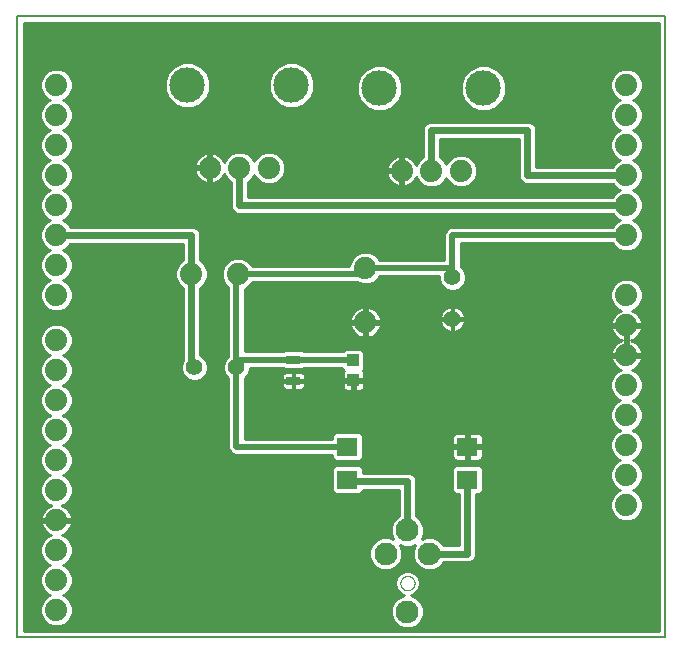
<source format=gtl>
G75*
%MOIN*%
%OFA0B0*%
%FSLAX25Y25*%
%IPPOS*%
%LPD*%
%AMOC8*
5,1,8,0,0,1.08239X$1,22.5*
%
%ADD10C,0.00800*%
%ADD11C,0.07400*%
%ADD12C,0.05550*%
%ADD13C,0.11811*%
%ADD14C,0.07600*%
%ADD15C,0.00000*%
%ADD16R,0.07087X0.06299*%
%ADD17R,0.03937X0.04331*%
%ADD18R,0.04724X0.03150*%
%ADD19C,0.01000*%
%ADD20C,0.02400*%
%ADD21C,0.02000*%
D10*
X0029000Y0093524D02*
X0245000Y0093524D01*
X0245000Y0300524D01*
X0029000Y0300524D01*
X0029000Y0093524D01*
D11*
X0042000Y0102524D03*
X0042000Y0112524D03*
X0042000Y0122524D03*
X0042000Y0132524D03*
X0042000Y0142524D03*
X0042000Y0152524D03*
X0042000Y0162524D03*
X0042000Y0172524D03*
X0042000Y0182524D03*
X0042000Y0192524D03*
X0042000Y0207524D03*
X0042000Y0217524D03*
X0042000Y0227524D03*
X0042000Y0237524D03*
X0042000Y0247524D03*
X0042000Y0257524D03*
X0042000Y0267524D03*
X0042000Y0277524D03*
X0093157Y0249965D03*
X0103000Y0249965D03*
X0112843Y0249965D03*
X0102500Y0214524D03*
X0087000Y0214524D03*
X0145000Y0216524D03*
X0145000Y0198524D03*
X0157157Y0248965D03*
X0167000Y0248965D03*
X0176843Y0248965D03*
X0232000Y0247524D03*
X0232000Y0237524D03*
X0232000Y0227524D03*
X0232000Y0207524D03*
X0232000Y0197524D03*
X0232000Y0187524D03*
X0232000Y0177524D03*
X0232000Y0167524D03*
X0232000Y0157524D03*
X0232000Y0147524D03*
X0232000Y0137524D03*
X0232000Y0257524D03*
X0232000Y0267524D03*
X0232000Y0277524D03*
D12*
X0174000Y0213524D03*
X0174000Y0199524D03*
X0102000Y0183524D03*
X0088000Y0183524D03*
D13*
X0085677Y0277524D03*
X0120323Y0277524D03*
X0149677Y0276524D03*
X0184323Y0276524D03*
D14*
X0159000Y0129240D03*
X0151717Y0121366D03*
X0166283Y0121366D03*
X0159000Y0102075D03*
D15*
X0156638Y0111524D02*
X0156640Y0111621D01*
X0156646Y0111718D01*
X0156656Y0111814D01*
X0156670Y0111910D01*
X0156688Y0112006D01*
X0156709Y0112100D01*
X0156735Y0112194D01*
X0156764Y0112286D01*
X0156798Y0112377D01*
X0156834Y0112467D01*
X0156875Y0112555D01*
X0156919Y0112641D01*
X0156967Y0112726D01*
X0157018Y0112808D01*
X0157072Y0112889D01*
X0157130Y0112967D01*
X0157191Y0113042D01*
X0157254Y0113115D01*
X0157321Y0113186D01*
X0157391Y0113253D01*
X0157463Y0113318D01*
X0157538Y0113379D01*
X0157616Y0113438D01*
X0157695Y0113493D01*
X0157777Y0113545D01*
X0157861Y0113593D01*
X0157947Y0113638D01*
X0158035Y0113680D01*
X0158124Y0113718D01*
X0158215Y0113752D01*
X0158307Y0113782D01*
X0158400Y0113809D01*
X0158495Y0113831D01*
X0158590Y0113850D01*
X0158686Y0113865D01*
X0158782Y0113876D01*
X0158879Y0113883D01*
X0158976Y0113886D01*
X0159073Y0113885D01*
X0159170Y0113880D01*
X0159266Y0113871D01*
X0159362Y0113858D01*
X0159458Y0113841D01*
X0159553Y0113820D01*
X0159646Y0113796D01*
X0159739Y0113767D01*
X0159831Y0113735D01*
X0159921Y0113699D01*
X0160009Y0113660D01*
X0160096Y0113616D01*
X0160181Y0113570D01*
X0160264Y0113519D01*
X0160345Y0113466D01*
X0160423Y0113409D01*
X0160500Y0113349D01*
X0160573Y0113286D01*
X0160644Y0113220D01*
X0160712Y0113151D01*
X0160778Y0113079D01*
X0160840Y0113005D01*
X0160899Y0112928D01*
X0160955Y0112849D01*
X0161008Y0112767D01*
X0161058Y0112684D01*
X0161103Y0112598D01*
X0161146Y0112511D01*
X0161185Y0112422D01*
X0161220Y0112332D01*
X0161251Y0112240D01*
X0161278Y0112147D01*
X0161302Y0112053D01*
X0161322Y0111958D01*
X0161338Y0111862D01*
X0161350Y0111766D01*
X0161358Y0111669D01*
X0161362Y0111572D01*
X0161362Y0111476D01*
X0161358Y0111379D01*
X0161350Y0111282D01*
X0161338Y0111186D01*
X0161322Y0111090D01*
X0161302Y0110995D01*
X0161278Y0110901D01*
X0161251Y0110808D01*
X0161220Y0110716D01*
X0161185Y0110626D01*
X0161146Y0110537D01*
X0161103Y0110450D01*
X0161058Y0110364D01*
X0161008Y0110281D01*
X0160955Y0110199D01*
X0160899Y0110120D01*
X0160840Y0110043D01*
X0160778Y0109969D01*
X0160712Y0109897D01*
X0160644Y0109828D01*
X0160573Y0109762D01*
X0160500Y0109699D01*
X0160423Y0109639D01*
X0160345Y0109582D01*
X0160264Y0109529D01*
X0160181Y0109478D01*
X0160096Y0109432D01*
X0160009Y0109388D01*
X0159921Y0109349D01*
X0159831Y0109313D01*
X0159739Y0109281D01*
X0159646Y0109252D01*
X0159553Y0109228D01*
X0159458Y0109207D01*
X0159362Y0109190D01*
X0159266Y0109177D01*
X0159170Y0109168D01*
X0159073Y0109163D01*
X0158976Y0109162D01*
X0158879Y0109165D01*
X0158782Y0109172D01*
X0158686Y0109183D01*
X0158590Y0109198D01*
X0158495Y0109217D01*
X0158400Y0109239D01*
X0158307Y0109266D01*
X0158215Y0109296D01*
X0158124Y0109330D01*
X0158035Y0109368D01*
X0157947Y0109410D01*
X0157861Y0109455D01*
X0157777Y0109503D01*
X0157695Y0109555D01*
X0157616Y0109610D01*
X0157538Y0109669D01*
X0157463Y0109730D01*
X0157391Y0109795D01*
X0157321Y0109862D01*
X0157254Y0109933D01*
X0157191Y0110006D01*
X0157130Y0110081D01*
X0157072Y0110159D01*
X0157018Y0110240D01*
X0156967Y0110322D01*
X0156919Y0110407D01*
X0156875Y0110493D01*
X0156834Y0110581D01*
X0156798Y0110671D01*
X0156764Y0110762D01*
X0156735Y0110854D01*
X0156709Y0110948D01*
X0156688Y0111042D01*
X0156670Y0111138D01*
X0156656Y0111234D01*
X0156646Y0111330D01*
X0156640Y0111427D01*
X0156638Y0111524D01*
D16*
X0139000Y0146012D03*
X0139000Y0157035D03*
X0179000Y0157035D03*
X0179000Y0146012D03*
D17*
X0141000Y0179177D03*
X0141000Y0185870D03*
D18*
X0121000Y0186067D03*
X0121000Y0178980D03*
D19*
X0120713Y0178693D02*
X0121287Y0178693D01*
X0121287Y0175906D01*
X0123560Y0175906D01*
X0123941Y0176008D01*
X0124283Y0176205D01*
X0124562Y0176484D01*
X0124760Y0176827D01*
X0124862Y0177208D01*
X0124862Y0178693D01*
X0121287Y0178693D01*
X0121287Y0179268D01*
X0120713Y0179268D01*
X0120713Y0182055D01*
X0118440Y0182055D01*
X0118059Y0181953D01*
X0117717Y0181755D01*
X0117437Y0181476D01*
X0117240Y0181134D01*
X0117138Y0180753D01*
X0117138Y0179268D01*
X0120713Y0179268D01*
X0120713Y0178693D01*
X0120713Y0175905D01*
X0118440Y0175906D01*
X0118059Y0176008D01*
X0117717Y0176205D01*
X0117437Y0176484D01*
X0117240Y0176827D01*
X0117138Y0177208D01*
X0117138Y0178693D01*
X0120713Y0178693D01*
X0120713Y0178397D02*
X0121287Y0178397D01*
X0121287Y0179268D02*
X0124862Y0179268D01*
X0124862Y0180753D01*
X0124760Y0181134D01*
X0124562Y0181476D01*
X0124283Y0181755D01*
X0123941Y0181953D01*
X0123560Y0182055D01*
X0121287Y0182055D01*
X0121287Y0179268D01*
X0121287Y0179396D02*
X0120713Y0179396D01*
X0120713Y0180394D02*
X0121287Y0180394D01*
X0121287Y0181393D02*
X0120713Y0181393D01*
X0117934Y0182792D02*
X0124066Y0182792D01*
X0124641Y0183367D01*
X0137331Y0183367D01*
X0137331Y0183001D01*
X0137950Y0182382D01*
X0137831Y0182264D01*
X0137634Y0181921D01*
X0137531Y0181540D01*
X0137531Y0179661D01*
X0140516Y0179661D01*
X0140516Y0178693D01*
X0141484Y0178693D01*
X0141484Y0175512D01*
X0143166Y0175512D01*
X0143547Y0175614D01*
X0143890Y0175812D01*
X0144169Y0176091D01*
X0144366Y0176433D01*
X0144468Y0176814D01*
X0144468Y0178693D01*
X0141484Y0178693D01*
X0141484Y0179661D01*
X0144468Y0179661D01*
X0144468Y0181540D01*
X0144366Y0181921D01*
X0144169Y0182264D01*
X0144050Y0182382D01*
X0144668Y0183001D01*
X0144668Y0188740D01*
X0143673Y0189735D01*
X0138327Y0189735D01*
X0137359Y0188767D01*
X0124641Y0188767D01*
X0124066Y0189342D01*
X0117934Y0189342D01*
X0117359Y0188767D01*
X0104700Y0188767D01*
X0104700Y0209590D01*
X0105559Y0209946D01*
X0107078Y0211465D01*
X0107227Y0211824D01*
X0142236Y0211824D01*
X0143926Y0211124D01*
X0146074Y0211124D01*
X0148059Y0211946D01*
X0149578Y0213465D01*
X0149727Y0213824D01*
X0169525Y0213824D01*
X0169525Y0212634D01*
X0170206Y0210989D01*
X0171465Y0209730D01*
X0173110Y0209049D01*
X0174890Y0209049D01*
X0176535Y0209730D01*
X0177794Y0210989D01*
X0178475Y0212634D01*
X0178475Y0214414D01*
X0177794Y0216058D01*
X0176700Y0217152D01*
X0176700Y0224824D01*
X0227273Y0224824D01*
X0227422Y0224465D01*
X0228941Y0222946D01*
X0230926Y0222124D01*
X0233074Y0222124D01*
X0235059Y0222946D01*
X0236578Y0224465D01*
X0237400Y0226449D01*
X0237400Y0228598D01*
X0236578Y0230582D01*
X0235059Y0232102D01*
X0234040Y0232524D01*
X0235059Y0232946D01*
X0236578Y0234465D01*
X0237400Y0236449D01*
X0237400Y0238598D01*
X0236578Y0240582D01*
X0235059Y0242102D01*
X0234040Y0242524D01*
X0235059Y0242946D01*
X0236578Y0244465D01*
X0237400Y0246449D01*
X0237400Y0248598D01*
X0236578Y0250582D01*
X0235059Y0252102D01*
X0234040Y0252524D01*
X0235059Y0252946D01*
X0236578Y0254465D01*
X0237400Y0256449D01*
X0237400Y0258598D01*
X0236578Y0260582D01*
X0235059Y0262102D01*
X0234040Y0262524D01*
X0235059Y0262946D01*
X0236578Y0264465D01*
X0237400Y0266449D01*
X0237400Y0268598D01*
X0236578Y0270582D01*
X0235059Y0272102D01*
X0234040Y0272524D01*
X0235059Y0272946D01*
X0236578Y0274465D01*
X0237400Y0276449D01*
X0237400Y0278598D01*
X0236578Y0280582D01*
X0235059Y0282102D01*
X0233074Y0282924D01*
X0230926Y0282924D01*
X0228941Y0282102D01*
X0227422Y0280582D01*
X0226600Y0278598D01*
X0226600Y0276449D01*
X0227422Y0274465D01*
X0228941Y0272946D01*
X0229960Y0272524D01*
X0228941Y0272102D01*
X0227422Y0270582D01*
X0226600Y0268598D01*
X0226600Y0266449D01*
X0227422Y0264465D01*
X0228941Y0262946D01*
X0229960Y0262524D01*
X0228941Y0262102D01*
X0227422Y0260582D01*
X0226600Y0258598D01*
X0226600Y0256449D01*
X0227422Y0254465D01*
X0228941Y0252946D01*
X0229960Y0252524D01*
X0228941Y0252102D01*
X0227422Y0250582D01*
X0227356Y0250424D01*
X0201900Y0250424D01*
X0201900Y0263100D01*
X0201458Y0264166D01*
X0200643Y0264982D01*
X0199577Y0265424D01*
X0166423Y0265424D01*
X0165357Y0264982D01*
X0164541Y0264166D01*
X0164100Y0263100D01*
X0164100Y0253608D01*
X0163941Y0253542D01*
X0162422Y0252023D01*
X0161979Y0250953D01*
X0161977Y0250961D01*
X0161605Y0251690D01*
X0161124Y0252352D01*
X0160545Y0252931D01*
X0159883Y0253412D01*
X0159154Y0253784D01*
X0158375Y0254037D01*
X0157642Y0254153D01*
X0157642Y0249449D01*
X0156673Y0249449D01*
X0156673Y0248480D01*
X0157642Y0248480D01*
X0157642Y0243776D01*
X0158375Y0243893D01*
X0159154Y0244146D01*
X0159883Y0244517D01*
X0160545Y0244998D01*
X0161124Y0245577D01*
X0161605Y0246239D01*
X0161977Y0246968D01*
X0161979Y0246976D01*
X0162422Y0245906D01*
X0163941Y0244387D01*
X0165926Y0243565D01*
X0168074Y0243565D01*
X0170059Y0244387D01*
X0171578Y0245906D01*
X0171921Y0246735D01*
X0172265Y0245906D01*
X0173784Y0244387D01*
X0175768Y0243565D01*
X0177917Y0243565D01*
X0179901Y0244387D01*
X0181420Y0245906D01*
X0182243Y0247890D01*
X0182243Y0250039D01*
X0181420Y0252023D01*
X0179901Y0253542D01*
X0177917Y0254365D01*
X0175768Y0254365D01*
X0173784Y0253542D01*
X0172265Y0252023D01*
X0171921Y0251194D01*
X0171578Y0252023D01*
X0170059Y0253542D01*
X0169900Y0253608D01*
X0169900Y0259624D01*
X0196100Y0259624D01*
X0196100Y0246947D01*
X0196541Y0245881D01*
X0197357Y0245065D01*
X0198423Y0244624D01*
X0227356Y0244624D01*
X0227422Y0244465D01*
X0228941Y0242946D01*
X0229960Y0242524D01*
X0228941Y0242102D01*
X0227422Y0240582D01*
X0227356Y0240424D01*
X0105900Y0240424D01*
X0105900Y0245321D01*
X0106059Y0245387D01*
X0107578Y0246906D01*
X0107921Y0247735D01*
X0108265Y0246906D01*
X0109784Y0245387D01*
X0111768Y0244565D01*
X0113917Y0244565D01*
X0115901Y0245387D01*
X0117420Y0246906D01*
X0118243Y0248890D01*
X0118243Y0251039D01*
X0117420Y0253023D01*
X0115901Y0254542D01*
X0113917Y0255365D01*
X0111768Y0255365D01*
X0109784Y0254542D01*
X0108265Y0253023D01*
X0107921Y0252194D01*
X0107578Y0253023D01*
X0106059Y0254542D01*
X0104074Y0255365D01*
X0101926Y0255365D01*
X0099941Y0254542D01*
X0098422Y0253023D01*
X0097979Y0251953D01*
X0097977Y0251961D01*
X0097605Y0252690D01*
X0097124Y0253352D01*
X0096545Y0253931D01*
X0095883Y0254412D01*
X0095154Y0254784D01*
X0094375Y0255037D01*
X0093642Y0255153D01*
X0093642Y0250449D01*
X0092673Y0250449D01*
X0092673Y0249480D01*
X0093642Y0249480D01*
X0093642Y0244776D01*
X0094375Y0244893D01*
X0095154Y0245146D01*
X0095883Y0245517D01*
X0096545Y0245998D01*
X0097124Y0246577D01*
X0097605Y0247239D01*
X0097977Y0247968D01*
X0097979Y0247976D01*
X0098422Y0246906D01*
X0099941Y0245387D01*
X0100100Y0245321D01*
X0100100Y0236947D01*
X0100541Y0235881D01*
X0101357Y0235065D01*
X0102423Y0234624D01*
X0227356Y0234624D01*
X0227422Y0234465D01*
X0228941Y0232946D01*
X0229960Y0232524D01*
X0228941Y0232102D01*
X0227422Y0230582D01*
X0227273Y0230224D01*
X0173463Y0230224D01*
X0172471Y0229813D01*
X0171711Y0229053D01*
X0171300Y0228061D01*
X0171300Y0219224D01*
X0149727Y0219224D01*
X0149578Y0219582D01*
X0148059Y0221102D01*
X0146074Y0221924D01*
X0143926Y0221924D01*
X0141941Y0221102D01*
X0140422Y0219582D01*
X0139600Y0217598D01*
X0139600Y0217224D01*
X0107227Y0217224D01*
X0107078Y0217582D01*
X0105559Y0219102D01*
X0103574Y0219924D01*
X0101426Y0219924D01*
X0099441Y0219102D01*
X0097922Y0217582D01*
X0097100Y0215598D01*
X0097100Y0213449D01*
X0097922Y0211465D01*
X0099300Y0210087D01*
X0099300Y0187152D01*
X0098206Y0186058D01*
X0097525Y0184414D01*
X0097525Y0182634D01*
X0098206Y0180989D01*
X0099300Y0179895D01*
X0099300Y0156498D01*
X0099711Y0155506D01*
X0100471Y0154746D01*
X0101463Y0154335D01*
X0133757Y0154335D01*
X0133757Y0153182D01*
X0134753Y0152186D01*
X0143247Y0152186D01*
X0144243Y0153182D01*
X0144243Y0160889D01*
X0143247Y0161885D01*
X0134753Y0161885D01*
X0133757Y0160889D01*
X0133757Y0159735D01*
X0104700Y0159735D01*
X0104700Y0179895D01*
X0105794Y0180989D01*
X0106475Y0182634D01*
X0106475Y0183367D01*
X0117359Y0183367D01*
X0117934Y0182792D01*
X0117389Y0181393D02*
X0105961Y0181393D01*
X0106374Y0182391D02*
X0137941Y0182391D01*
X0137531Y0181393D02*
X0124611Y0181393D01*
X0124862Y0180394D02*
X0137531Y0180394D01*
X0137531Y0178693D02*
X0137531Y0176814D01*
X0137634Y0176433D01*
X0137831Y0176091D01*
X0138110Y0175812D01*
X0138453Y0175614D01*
X0138834Y0175512D01*
X0140516Y0175512D01*
X0140516Y0178693D01*
X0137531Y0178693D01*
X0137531Y0178397D02*
X0124862Y0178397D01*
X0124862Y0177399D02*
X0137531Y0177399D01*
X0137653Y0176400D02*
X0124478Y0176400D01*
X0124862Y0179396D02*
X0140516Y0179396D01*
X0141484Y0179396D02*
X0226930Y0179396D01*
X0226600Y0178598D02*
X0227422Y0180582D01*
X0228941Y0182102D01*
X0230224Y0182633D01*
X0230004Y0182705D01*
X0229275Y0183076D01*
X0228612Y0183557D01*
X0228034Y0184136D01*
X0227553Y0184798D01*
X0227181Y0185528D01*
X0226928Y0186306D01*
X0226814Y0187024D01*
X0231500Y0187024D01*
X0231500Y0188024D01*
X0231500Y0197024D01*
X0226814Y0197024D01*
X0226928Y0196306D01*
X0227181Y0195528D01*
X0227553Y0194798D01*
X0228034Y0194136D01*
X0228612Y0193557D01*
X0229275Y0193076D01*
X0230004Y0192705D01*
X0230561Y0192524D01*
X0230004Y0192343D01*
X0229275Y0191971D01*
X0228612Y0191490D01*
X0228034Y0190911D01*
X0227553Y0190249D01*
X0227181Y0189520D01*
X0226928Y0188741D01*
X0226814Y0188024D01*
X0231500Y0188024D01*
X0232500Y0188024D01*
X0232500Y0192338D01*
X0232500Y0197024D01*
X0232500Y0198024D01*
X0237186Y0198024D01*
X0237072Y0198741D01*
X0236819Y0199520D01*
X0236447Y0200249D01*
X0235966Y0200911D01*
X0235388Y0201490D01*
X0234725Y0201971D01*
X0233996Y0202343D01*
X0233776Y0202414D01*
X0235059Y0202946D01*
X0236578Y0204465D01*
X0237400Y0206449D01*
X0237400Y0208598D01*
X0236578Y0210582D01*
X0235059Y0212102D01*
X0233074Y0212924D01*
X0230926Y0212924D01*
X0228941Y0212102D01*
X0227422Y0210582D01*
X0226600Y0208598D01*
X0226600Y0206449D01*
X0227422Y0204465D01*
X0228941Y0202946D01*
X0230224Y0202414D01*
X0230004Y0202343D01*
X0229275Y0201971D01*
X0228612Y0201490D01*
X0228034Y0200911D01*
X0227553Y0200249D01*
X0227181Y0199520D01*
X0226928Y0198741D01*
X0226814Y0198024D01*
X0231500Y0198024D01*
X0231500Y0197024D01*
X0232500Y0197024D01*
X0237186Y0197024D01*
X0237072Y0196306D01*
X0236819Y0195528D01*
X0236447Y0194798D01*
X0235966Y0194136D01*
X0235388Y0193557D01*
X0234725Y0193076D01*
X0233996Y0192705D01*
X0233439Y0192524D01*
X0233996Y0192343D01*
X0234725Y0191971D01*
X0235388Y0191490D01*
X0235966Y0190911D01*
X0236447Y0190249D01*
X0236819Y0189520D01*
X0237072Y0188741D01*
X0237186Y0188024D01*
X0232500Y0188024D01*
X0232500Y0187024D01*
X0237186Y0187024D01*
X0237072Y0186306D01*
X0236819Y0185528D01*
X0236447Y0184798D01*
X0235966Y0184136D01*
X0235388Y0183557D01*
X0234725Y0183076D01*
X0233996Y0182705D01*
X0233776Y0182633D01*
X0235059Y0182102D01*
X0236578Y0180582D01*
X0237400Y0178598D01*
X0237400Y0176449D01*
X0236578Y0174465D01*
X0235059Y0172946D01*
X0234040Y0172524D01*
X0235059Y0172102D01*
X0236578Y0170582D01*
X0237400Y0168598D01*
X0237400Y0166449D01*
X0236578Y0164465D01*
X0235059Y0162946D01*
X0234040Y0162524D01*
X0235059Y0162102D01*
X0236578Y0160582D01*
X0237400Y0158598D01*
X0237400Y0156449D01*
X0236578Y0154465D01*
X0235059Y0152946D01*
X0234040Y0152524D01*
X0235059Y0152102D01*
X0236578Y0150582D01*
X0237400Y0148598D01*
X0237400Y0146449D01*
X0236578Y0144465D01*
X0235059Y0142946D01*
X0234040Y0142524D01*
X0235059Y0142102D01*
X0236578Y0140582D01*
X0237400Y0138598D01*
X0237400Y0136449D01*
X0236578Y0134465D01*
X0235059Y0132946D01*
X0233074Y0132124D01*
X0230926Y0132124D01*
X0228941Y0132946D01*
X0227422Y0134465D01*
X0226600Y0136449D01*
X0226600Y0138598D01*
X0227422Y0140582D01*
X0228941Y0142102D01*
X0229960Y0142524D01*
X0228941Y0142946D01*
X0227422Y0144465D01*
X0226600Y0146449D01*
X0226600Y0148598D01*
X0227422Y0150582D01*
X0228941Y0152102D01*
X0229960Y0152524D01*
X0228941Y0152946D01*
X0227422Y0154465D01*
X0226600Y0156449D01*
X0226600Y0158598D01*
X0227422Y0160582D01*
X0228941Y0162102D01*
X0229960Y0162524D01*
X0228941Y0162946D01*
X0227422Y0164465D01*
X0226600Y0166449D01*
X0226600Y0168598D01*
X0227422Y0170582D01*
X0228941Y0172102D01*
X0229960Y0172524D01*
X0228941Y0172946D01*
X0227422Y0174465D01*
X0226600Y0176449D01*
X0226600Y0178598D01*
X0226600Y0178397D02*
X0144468Y0178397D01*
X0144468Y0177399D02*
X0226600Y0177399D01*
X0226620Y0176400D02*
X0144347Y0176400D01*
X0141484Y0176400D02*
X0140516Y0176400D01*
X0140516Y0177399D02*
X0141484Y0177399D01*
X0141484Y0178397D02*
X0140516Y0178397D01*
X0144468Y0180394D02*
X0227344Y0180394D01*
X0228232Y0181393D02*
X0144468Y0181393D01*
X0144059Y0182391D02*
X0229640Y0182391D01*
X0228843Y0183390D02*
X0144668Y0183390D01*
X0144668Y0184388D02*
X0227850Y0184388D01*
X0227253Y0185387D02*
X0144668Y0185387D01*
X0144668Y0186385D02*
X0226915Y0186385D01*
X0226871Y0188382D02*
X0144668Y0188382D01*
X0144668Y0187384D02*
X0231500Y0187384D01*
X0231500Y0188382D02*
X0232500Y0188382D01*
X0232500Y0187384D02*
X0242900Y0187384D01*
X0242900Y0188382D02*
X0237129Y0188382D01*
X0236864Y0189381D02*
X0242900Y0189381D01*
X0242900Y0190379D02*
X0236353Y0190379D01*
X0235500Y0191378D02*
X0242900Y0191378D01*
X0242900Y0192376D02*
X0233893Y0192376D01*
X0232500Y0192376D02*
X0231500Y0192376D01*
X0231500Y0191378D02*
X0232500Y0191378D01*
X0232500Y0190379D02*
X0231500Y0190379D01*
X0231500Y0189381D02*
X0232500Y0189381D01*
X0230107Y0192376D02*
X0104700Y0192376D01*
X0104700Y0191378D02*
X0228500Y0191378D01*
X0227647Y0190379D02*
X0104700Y0190379D01*
X0104700Y0189381D02*
X0137973Y0189381D01*
X0141612Y0194557D02*
X0142275Y0194076D01*
X0143004Y0193705D01*
X0143782Y0193452D01*
X0144500Y0193338D01*
X0144500Y0198024D01*
X0139814Y0198024D01*
X0139928Y0197306D01*
X0140181Y0196528D01*
X0140553Y0195798D01*
X0141034Y0195136D01*
X0141612Y0194557D01*
X0141866Y0194373D02*
X0104700Y0194373D01*
X0104700Y0193375D02*
X0144268Y0193375D01*
X0144500Y0193375D02*
X0145500Y0193375D01*
X0145500Y0193338D02*
X0146218Y0193452D01*
X0146996Y0193705D01*
X0147725Y0194076D01*
X0148388Y0194557D01*
X0148966Y0195136D01*
X0149447Y0195798D01*
X0149819Y0196528D01*
X0150072Y0197306D01*
X0150186Y0198024D01*
X0145500Y0198024D01*
X0145500Y0199024D01*
X0144500Y0199024D01*
X0144500Y0203709D01*
X0143782Y0203596D01*
X0143004Y0203343D01*
X0142275Y0202971D01*
X0141612Y0202490D01*
X0141034Y0201911D01*
X0140553Y0201249D01*
X0140181Y0200520D01*
X0139928Y0199741D01*
X0139814Y0199024D01*
X0144500Y0199024D01*
X0144500Y0198024D01*
X0145500Y0198024D01*
X0145500Y0193338D01*
X0145732Y0193375D02*
X0228864Y0193375D01*
X0227861Y0194373D02*
X0148134Y0194373D01*
X0149138Y0195372D02*
X0172944Y0195372D01*
X0172999Y0195354D02*
X0173664Y0195249D01*
X0173713Y0195249D01*
X0173713Y0199236D01*
X0174287Y0199236D01*
X0174287Y0195249D01*
X0174336Y0195249D01*
X0175001Y0195354D01*
X0175641Y0195562D01*
X0176240Y0195867D01*
X0176785Y0196263D01*
X0177261Y0196739D01*
X0177656Y0197283D01*
X0177962Y0197883D01*
X0178170Y0198523D01*
X0178275Y0199187D01*
X0178275Y0199236D01*
X0174287Y0199236D01*
X0174287Y0199811D01*
X0173713Y0199811D01*
X0173713Y0203798D01*
X0173664Y0203798D01*
X0172999Y0203693D01*
X0172359Y0203485D01*
X0171760Y0203180D01*
X0171215Y0202784D01*
X0170739Y0202308D01*
X0170344Y0201764D01*
X0170038Y0201165D01*
X0169830Y0200525D01*
X0169725Y0199860D01*
X0169725Y0199811D01*
X0173713Y0199811D01*
X0173713Y0199236D01*
X0169725Y0199236D01*
X0169725Y0199187D01*
X0169830Y0198523D01*
X0170038Y0197883D01*
X0170344Y0197283D01*
X0170739Y0196739D01*
X0171215Y0196263D01*
X0171760Y0195867D01*
X0172359Y0195562D01*
X0172999Y0195354D01*
X0173713Y0195372D02*
X0174287Y0195372D01*
X0175055Y0195372D02*
X0227260Y0195372D01*
X0226918Y0196370D02*
X0176892Y0196370D01*
X0177700Y0197369D02*
X0231500Y0197369D01*
X0231500Y0196370D02*
X0232500Y0196370D01*
X0232500Y0195372D02*
X0231500Y0195372D01*
X0231500Y0194373D02*
X0232500Y0194373D01*
X0232500Y0193375D02*
X0231500Y0193375D01*
X0232500Y0197369D02*
X0242900Y0197369D01*
X0242900Y0198367D02*
X0237131Y0198367D01*
X0236869Y0199366D02*
X0242900Y0199366D01*
X0242900Y0200364D02*
X0236364Y0200364D01*
X0235515Y0201363D02*
X0242900Y0201363D01*
X0242900Y0202361D02*
X0233939Y0202361D01*
X0235473Y0203360D02*
X0242900Y0203360D01*
X0242900Y0204358D02*
X0236472Y0204358D01*
X0236947Y0205357D02*
X0242900Y0205357D01*
X0242900Y0206355D02*
X0237361Y0206355D01*
X0237400Y0207354D02*
X0242900Y0207354D01*
X0242900Y0208352D02*
X0237400Y0208352D01*
X0237088Y0209351D02*
X0242900Y0209351D01*
X0242900Y0210349D02*
X0236674Y0210349D01*
X0235812Y0211348D02*
X0242900Y0211348D01*
X0242900Y0212346D02*
X0234467Y0212346D01*
X0229533Y0212346D02*
X0178356Y0212346D01*
X0178475Y0213345D02*
X0242900Y0213345D01*
X0242900Y0214343D02*
X0178475Y0214343D01*
X0178090Y0215342D02*
X0242900Y0215342D01*
X0242900Y0216341D02*
X0177511Y0216341D01*
X0176700Y0217339D02*
X0242900Y0217339D01*
X0242900Y0218338D02*
X0176700Y0218338D01*
X0176700Y0219336D02*
X0242900Y0219336D01*
X0242900Y0220335D02*
X0176700Y0220335D01*
X0176700Y0221333D02*
X0242900Y0221333D01*
X0242900Y0222332D02*
X0233576Y0222332D01*
X0235443Y0223330D02*
X0242900Y0223330D01*
X0242900Y0224329D02*
X0236442Y0224329D01*
X0236935Y0225327D02*
X0242900Y0225327D01*
X0242900Y0226326D02*
X0237349Y0226326D01*
X0237400Y0227324D02*
X0242900Y0227324D01*
X0242900Y0228323D02*
X0237400Y0228323D01*
X0237100Y0229321D02*
X0242900Y0229321D01*
X0242900Y0230320D02*
X0236687Y0230320D01*
X0235842Y0231318D02*
X0242900Y0231318D01*
X0242900Y0232317D02*
X0234539Y0232317D01*
X0235428Y0233315D02*
X0242900Y0233315D01*
X0242900Y0234314D02*
X0236427Y0234314D01*
X0236929Y0235312D02*
X0242900Y0235312D01*
X0242900Y0236311D02*
X0237343Y0236311D01*
X0237400Y0237309D02*
X0242900Y0237309D01*
X0242900Y0238308D02*
X0237400Y0238308D01*
X0237107Y0239306D02*
X0242900Y0239306D01*
X0242900Y0240305D02*
X0236693Y0240305D01*
X0235857Y0241303D02*
X0242900Y0241303D01*
X0242900Y0242302D02*
X0234575Y0242302D01*
X0235413Y0243300D02*
X0242900Y0243300D01*
X0242900Y0244299D02*
X0236412Y0244299D01*
X0236923Y0245297D02*
X0242900Y0245297D01*
X0242900Y0246296D02*
X0237336Y0246296D01*
X0237400Y0247294D02*
X0242900Y0247294D01*
X0242900Y0248293D02*
X0237400Y0248293D01*
X0237113Y0249291D02*
X0242900Y0249291D01*
X0242900Y0250290D02*
X0236699Y0250290D01*
X0235872Y0251288D02*
X0242900Y0251288D01*
X0242900Y0252287D02*
X0234611Y0252287D01*
X0235399Y0253285D02*
X0242900Y0253285D01*
X0242900Y0254284D02*
X0236397Y0254284D01*
X0236917Y0255282D02*
X0242900Y0255282D01*
X0242900Y0256281D02*
X0237330Y0256281D01*
X0237400Y0257279D02*
X0242900Y0257279D01*
X0242900Y0258278D02*
X0237400Y0258278D01*
X0237119Y0259277D02*
X0242900Y0259277D01*
X0242900Y0260275D02*
X0236705Y0260275D01*
X0235887Y0261274D02*
X0242900Y0261274D01*
X0242900Y0262272D02*
X0234647Y0262272D01*
X0235384Y0263271D02*
X0242900Y0263271D01*
X0242900Y0264269D02*
X0236382Y0264269D01*
X0236910Y0265268D02*
X0242900Y0265268D01*
X0242900Y0266266D02*
X0237324Y0266266D01*
X0237400Y0267265D02*
X0242900Y0267265D01*
X0242900Y0268263D02*
X0237400Y0268263D01*
X0237125Y0269262D02*
X0242900Y0269262D01*
X0242900Y0270260D02*
X0236711Y0270260D01*
X0235902Y0271259D02*
X0242900Y0271259D01*
X0242900Y0272257D02*
X0234683Y0272257D01*
X0235369Y0273256D02*
X0242900Y0273256D01*
X0242900Y0274254D02*
X0236367Y0274254D01*
X0236904Y0275253D02*
X0242900Y0275253D01*
X0242900Y0276251D02*
X0237318Y0276251D01*
X0237400Y0277250D02*
X0242900Y0277250D01*
X0242900Y0278248D02*
X0237400Y0278248D01*
X0237131Y0279247D02*
X0242900Y0279247D01*
X0242900Y0280245D02*
X0236718Y0280245D01*
X0235917Y0281244D02*
X0242900Y0281244D01*
X0242900Y0282242D02*
X0234719Y0282242D01*
X0229281Y0282242D02*
X0189360Y0282242D01*
X0188631Y0282971D02*
X0185836Y0284129D01*
X0182810Y0284129D01*
X0180015Y0282971D01*
X0177875Y0280832D01*
X0176717Y0278036D01*
X0176717Y0275011D01*
X0177875Y0272215D01*
X0180015Y0270076D01*
X0182810Y0268918D01*
X0185836Y0268918D01*
X0188631Y0270076D01*
X0190770Y0272215D01*
X0191928Y0275011D01*
X0191928Y0278036D01*
X0190770Y0280832D01*
X0188631Y0282971D01*
X0187980Y0283241D02*
X0242900Y0283241D01*
X0242900Y0284239D02*
X0123984Y0284239D01*
X0124631Y0283971D02*
X0121836Y0285129D01*
X0118810Y0285129D01*
X0116015Y0283971D01*
X0113875Y0281832D01*
X0112717Y0279036D01*
X0112717Y0276011D01*
X0113875Y0273215D01*
X0116015Y0271076D01*
X0118810Y0269918D01*
X0121836Y0269918D01*
X0124631Y0271076D01*
X0126770Y0273215D01*
X0127928Y0276011D01*
X0127928Y0279036D01*
X0126770Y0281832D01*
X0124631Y0283971D01*
X0125361Y0283241D02*
X0146020Y0283241D01*
X0145369Y0282971D02*
X0143230Y0280832D01*
X0142072Y0278036D01*
X0142072Y0275011D01*
X0143230Y0272215D01*
X0145369Y0270076D01*
X0148164Y0268918D01*
X0151190Y0268918D01*
X0153985Y0270076D01*
X0156125Y0272215D01*
X0157283Y0275011D01*
X0157283Y0278036D01*
X0156125Y0280832D01*
X0153985Y0282971D01*
X0151190Y0284129D01*
X0148164Y0284129D01*
X0145369Y0282971D01*
X0144640Y0282242D02*
X0126360Y0282242D01*
X0127014Y0281244D02*
X0143641Y0281244D01*
X0142987Y0280245D02*
X0127428Y0280245D01*
X0127841Y0279247D02*
X0142573Y0279247D01*
X0142159Y0278248D02*
X0127928Y0278248D01*
X0127928Y0277250D02*
X0142072Y0277250D01*
X0142072Y0276251D02*
X0127928Y0276251D01*
X0127614Y0275253D02*
X0142072Y0275253D01*
X0142385Y0274254D02*
X0127201Y0274254D01*
X0126787Y0273256D02*
X0142799Y0273256D01*
X0143212Y0272257D02*
X0125812Y0272257D01*
X0124814Y0271259D02*
X0144186Y0271259D01*
X0145185Y0270260D02*
X0122661Y0270260D01*
X0117984Y0270260D02*
X0088016Y0270260D01*
X0087190Y0269918D02*
X0089985Y0271076D01*
X0092125Y0273215D01*
X0093283Y0276011D01*
X0093283Y0279036D01*
X0092125Y0281832D01*
X0089985Y0283971D01*
X0087190Y0285129D01*
X0084164Y0285129D01*
X0081369Y0283971D01*
X0079230Y0281832D01*
X0078072Y0279036D01*
X0078072Y0276011D01*
X0079230Y0273215D01*
X0081369Y0271076D01*
X0084164Y0269918D01*
X0087190Y0269918D01*
X0090168Y0271259D02*
X0115832Y0271259D01*
X0114833Y0272257D02*
X0091166Y0272257D01*
X0092141Y0273256D02*
X0113859Y0273256D01*
X0113445Y0274254D02*
X0092555Y0274254D01*
X0092969Y0275253D02*
X0113031Y0275253D01*
X0112717Y0276251D02*
X0093283Y0276251D01*
X0093283Y0277250D02*
X0112717Y0277250D01*
X0112717Y0278248D02*
X0093283Y0278248D01*
X0093196Y0279247D02*
X0112804Y0279247D01*
X0113218Y0280245D02*
X0092782Y0280245D01*
X0092368Y0281244D02*
X0113632Y0281244D01*
X0114286Y0282242D02*
X0091714Y0282242D01*
X0090716Y0283241D02*
X0115284Y0283241D01*
X0116662Y0284239D02*
X0089338Y0284239D01*
X0082016Y0284239D02*
X0031100Y0284239D01*
X0031100Y0283241D02*
X0080639Y0283241D01*
X0079640Y0282242D02*
X0044719Y0282242D01*
X0045059Y0282102D02*
X0043074Y0282924D01*
X0040926Y0282924D01*
X0038941Y0282102D01*
X0037422Y0280582D01*
X0036600Y0278598D01*
X0036600Y0276449D01*
X0037422Y0274465D01*
X0038941Y0272946D01*
X0039960Y0272524D01*
X0038941Y0272102D01*
X0037422Y0270582D01*
X0036600Y0268598D01*
X0036600Y0266449D01*
X0037422Y0264465D01*
X0038941Y0262946D01*
X0039960Y0262524D01*
X0038941Y0262102D01*
X0037422Y0260582D01*
X0036600Y0258598D01*
X0036600Y0256449D01*
X0037422Y0254465D01*
X0038941Y0252946D01*
X0039960Y0252524D01*
X0038941Y0252102D01*
X0037422Y0250582D01*
X0036600Y0248598D01*
X0036600Y0246449D01*
X0037422Y0244465D01*
X0038941Y0242946D01*
X0039960Y0242524D01*
X0038941Y0242102D01*
X0037422Y0240582D01*
X0036600Y0238598D01*
X0036600Y0236449D01*
X0037422Y0234465D01*
X0038941Y0232946D01*
X0039960Y0232524D01*
X0038941Y0232102D01*
X0037422Y0230582D01*
X0036600Y0228598D01*
X0036600Y0226449D01*
X0037422Y0224465D01*
X0038941Y0222946D01*
X0039960Y0222524D01*
X0038941Y0222102D01*
X0037422Y0220582D01*
X0036600Y0218598D01*
X0036600Y0216449D01*
X0037422Y0214465D01*
X0038941Y0212946D01*
X0039960Y0212524D01*
X0038941Y0212102D01*
X0037422Y0210582D01*
X0036600Y0208598D01*
X0036600Y0206449D01*
X0037422Y0204465D01*
X0038941Y0202946D01*
X0040926Y0202124D01*
X0043074Y0202124D01*
X0045059Y0202946D01*
X0046578Y0204465D01*
X0047400Y0206449D01*
X0047400Y0208598D01*
X0046578Y0210582D01*
X0045059Y0212102D01*
X0044040Y0212524D01*
X0045059Y0212946D01*
X0046578Y0214465D01*
X0047400Y0216449D01*
X0047400Y0218598D01*
X0046578Y0220582D01*
X0045059Y0222102D01*
X0044040Y0222524D01*
X0045059Y0222946D01*
X0046578Y0224465D01*
X0046644Y0224624D01*
X0084100Y0224624D01*
X0084100Y0219167D01*
X0083941Y0219102D01*
X0082422Y0217582D01*
X0081600Y0215598D01*
X0081600Y0213449D01*
X0082422Y0211465D01*
X0083941Y0209946D01*
X0084100Y0209880D01*
X0084100Y0185801D01*
X0083525Y0184414D01*
X0083525Y0182634D01*
X0084206Y0180989D01*
X0085465Y0179730D01*
X0087110Y0179049D01*
X0088890Y0179049D01*
X0090535Y0179730D01*
X0091794Y0180989D01*
X0092475Y0182634D01*
X0092475Y0184414D01*
X0091794Y0186058D01*
X0090535Y0187317D01*
X0089900Y0187580D01*
X0089900Y0209880D01*
X0090059Y0209946D01*
X0091578Y0211465D01*
X0092400Y0213449D01*
X0092400Y0215598D01*
X0091578Y0217582D01*
X0090059Y0219102D01*
X0089900Y0219167D01*
X0089900Y0228100D01*
X0089458Y0229166D01*
X0088643Y0229982D01*
X0087577Y0230424D01*
X0046644Y0230424D01*
X0046578Y0230582D01*
X0045059Y0232102D01*
X0044040Y0232524D01*
X0045059Y0232946D01*
X0046578Y0234465D01*
X0047400Y0236449D01*
X0047400Y0238598D01*
X0046578Y0240582D01*
X0045059Y0242102D01*
X0044040Y0242524D01*
X0045059Y0242946D01*
X0046578Y0244465D01*
X0047400Y0246449D01*
X0047400Y0248598D01*
X0046578Y0250582D01*
X0045059Y0252102D01*
X0044040Y0252524D01*
X0045059Y0252946D01*
X0046578Y0254465D01*
X0047400Y0256449D01*
X0047400Y0258598D01*
X0046578Y0260582D01*
X0045059Y0262102D01*
X0044040Y0262524D01*
X0045059Y0262946D01*
X0046578Y0264465D01*
X0047400Y0266449D01*
X0047400Y0268598D01*
X0046578Y0270582D01*
X0045059Y0272102D01*
X0044040Y0272524D01*
X0045059Y0272946D01*
X0046578Y0274465D01*
X0047400Y0276449D01*
X0047400Y0278598D01*
X0046578Y0280582D01*
X0045059Y0282102D01*
X0045917Y0281244D02*
X0078986Y0281244D01*
X0078572Y0280245D02*
X0046718Y0280245D01*
X0047131Y0279247D02*
X0078159Y0279247D01*
X0078072Y0278248D02*
X0047400Y0278248D01*
X0047400Y0277250D02*
X0078072Y0277250D01*
X0078072Y0276251D02*
X0047318Y0276251D01*
X0046904Y0275253D02*
X0078386Y0275253D01*
X0078799Y0274254D02*
X0046367Y0274254D01*
X0045369Y0273256D02*
X0079213Y0273256D01*
X0080188Y0272257D02*
X0044683Y0272257D01*
X0045902Y0271259D02*
X0081186Y0271259D01*
X0083339Y0270260D02*
X0046711Y0270260D01*
X0047125Y0269262D02*
X0147335Y0269262D01*
X0152019Y0269262D02*
X0181981Y0269262D01*
X0179831Y0270260D02*
X0154169Y0270260D01*
X0155168Y0271259D02*
X0178832Y0271259D01*
X0177858Y0272257D02*
X0156142Y0272257D01*
X0156556Y0273256D02*
X0177444Y0273256D01*
X0177031Y0274254D02*
X0156969Y0274254D01*
X0157283Y0275253D02*
X0176717Y0275253D01*
X0176717Y0276251D02*
X0157283Y0276251D01*
X0157283Y0277250D02*
X0176717Y0277250D01*
X0176805Y0278248D02*
X0157195Y0278248D01*
X0156781Y0279247D02*
X0177219Y0279247D01*
X0177632Y0280245D02*
X0156368Y0280245D01*
X0155713Y0281244D02*
X0178287Y0281244D01*
X0179286Y0282242D02*
X0154714Y0282242D01*
X0153335Y0283241D02*
X0180665Y0283241D01*
X0190359Y0281244D02*
X0228083Y0281244D01*
X0227282Y0280245D02*
X0191013Y0280245D01*
X0191427Y0279247D02*
X0226869Y0279247D01*
X0226600Y0278248D02*
X0191841Y0278248D01*
X0191928Y0277250D02*
X0226600Y0277250D01*
X0226682Y0276251D02*
X0191928Y0276251D01*
X0191928Y0275253D02*
X0227096Y0275253D01*
X0227633Y0274254D02*
X0191615Y0274254D01*
X0191201Y0273256D02*
X0228631Y0273256D01*
X0229317Y0272257D02*
X0190788Y0272257D01*
X0189814Y0271259D02*
X0228098Y0271259D01*
X0227289Y0270260D02*
X0188815Y0270260D01*
X0186665Y0269262D02*
X0226875Y0269262D01*
X0226600Y0268263D02*
X0047400Y0268263D01*
X0047400Y0267265D02*
X0226600Y0267265D01*
X0226676Y0266266D02*
X0047324Y0266266D01*
X0046910Y0265268D02*
X0166046Y0265268D01*
X0164644Y0264269D02*
X0046382Y0264269D01*
X0045384Y0263271D02*
X0164170Y0263271D01*
X0164100Y0262272D02*
X0044647Y0262272D01*
X0045887Y0261274D02*
X0164100Y0261274D01*
X0164100Y0260275D02*
X0046705Y0260275D01*
X0047119Y0259277D02*
X0164100Y0259277D01*
X0164100Y0258278D02*
X0047400Y0258278D01*
X0047400Y0257279D02*
X0164100Y0257279D01*
X0164100Y0256281D02*
X0047330Y0256281D01*
X0046917Y0255282D02*
X0101728Y0255282D01*
X0099683Y0254284D02*
X0096059Y0254284D01*
X0097172Y0253285D02*
X0098684Y0253285D01*
X0098117Y0252287D02*
X0097810Y0252287D01*
X0093642Y0252287D02*
X0092673Y0252287D01*
X0092673Y0253285D02*
X0093642Y0253285D01*
X0093642Y0254284D02*
X0092673Y0254284D01*
X0092673Y0255153D02*
X0091940Y0255037D01*
X0091161Y0254784D01*
X0090432Y0254412D01*
X0089770Y0253931D01*
X0089191Y0253352D01*
X0088710Y0252690D01*
X0088338Y0251961D01*
X0088086Y0251182D01*
X0087969Y0250449D01*
X0092673Y0250449D01*
X0092673Y0255153D01*
X0090256Y0254284D02*
X0046397Y0254284D01*
X0045399Y0253285D02*
X0089143Y0253285D01*
X0088505Y0252287D02*
X0044611Y0252287D01*
X0045872Y0251288D02*
X0088120Y0251288D01*
X0087969Y0249480D02*
X0088086Y0248747D01*
X0088338Y0247968D01*
X0088710Y0247239D01*
X0089191Y0246577D01*
X0089770Y0245998D01*
X0090432Y0245517D01*
X0091161Y0245146D01*
X0091940Y0244893D01*
X0092673Y0244776D01*
X0092673Y0249480D01*
X0087969Y0249480D01*
X0087999Y0249291D02*
X0047113Y0249291D01*
X0047400Y0248293D02*
X0088233Y0248293D01*
X0088682Y0247294D02*
X0047400Y0247294D01*
X0047336Y0246296D02*
X0089472Y0246296D01*
X0090863Y0245297D02*
X0046923Y0245297D01*
X0046412Y0244299D02*
X0100100Y0244299D01*
X0100100Y0245297D02*
X0095452Y0245297D01*
X0096843Y0246296D02*
X0099032Y0246296D01*
X0098261Y0247294D02*
X0097633Y0247294D01*
X0100100Y0243300D02*
X0045413Y0243300D01*
X0044575Y0242302D02*
X0100100Y0242302D01*
X0100100Y0241303D02*
X0045857Y0241303D01*
X0046693Y0240305D02*
X0100100Y0240305D01*
X0100100Y0239306D02*
X0047107Y0239306D01*
X0047400Y0238308D02*
X0100100Y0238308D01*
X0100100Y0237309D02*
X0047400Y0237309D01*
X0047343Y0236311D02*
X0100363Y0236311D01*
X0101110Y0235312D02*
X0046929Y0235312D01*
X0046427Y0234314D02*
X0227573Y0234314D01*
X0228572Y0233315D02*
X0045428Y0233315D01*
X0044539Y0232317D02*
X0229461Y0232317D01*
X0228158Y0231318D02*
X0045842Y0231318D01*
X0039461Y0232317D02*
X0031100Y0232317D01*
X0031100Y0233315D02*
X0038572Y0233315D01*
X0037573Y0234314D02*
X0031100Y0234314D01*
X0031100Y0235312D02*
X0037071Y0235312D01*
X0036657Y0236311D02*
X0031100Y0236311D01*
X0031100Y0237309D02*
X0036600Y0237309D01*
X0036600Y0238308D02*
X0031100Y0238308D01*
X0031100Y0239306D02*
X0036893Y0239306D01*
X0037307Y0240305D02*
X0031100Y0240305D01*
X0031100Y0241303D02*
X0038143Y0241303D01*
X0039425Y0242302D02*
X0031100Y0242302D01*
X0031100Y0243300D02*
X0038587Y0243300D01*
X0037588Y0244299D02*
X0031100Y0244299D01*
X0031100Y0245297D02*
X0037077Y0245297D01*
X0036664Y0246296D02*
X0031100Y0246296D01*
X0031100Y0247294D02*
X0036600Y0247294D01*
X0036600Y0248293D02*
X0031100Y0248293D01*
X0031100Y0249291D02*
X0036887Y0249291D01*
X0037301Y0250290D02*
X0031100Y0250290D01*
X0031100Y0251288D02*
X0038128Y0251288D01*
X0039389Y0252287D02*
X0031100Y0252287D01*
X0031100Y0253285D02*
X0038601Y0253285D01*
X0037603Y0254284D02*
X0031100Y0254284D01*
X0031100Y0255282D02*
X0037083Y0255282D01*
X0036670Y0256281D02*
X0031100Y0256281D01*
X0031100Y0257279D02*
X0036600Y0257279D01*
X0036600Y0258278D02*
X0031100Y0258278D01*
X0031100Y0259277D02*
X0036881Y0259277D01*
X0037295Y0260275D02*
X0031100Y0260275D01*
X0031100Y0261274D02*
X0038113Y0261274D01*
X0039353Y0262272D02*
X0031100Y0262272D01*
X0031100Y0263271D02*
X0038616Y0263271D01*
X0037618Y0264269D02*
X0031100Y0264269D01*
X0031100Y0265268D02*
X0037090Y0265268D01*
X0036676Y0266266D02*
X0031100Y0266266D01*
X0031100Y0267265D02*
X0036600Y0267265D01*
X0036600Y0268263D02*
X0031100Y0268263D01*
X0031100Y0269262D02*
X0036875Y0269262D01*
X0037289Y0270260D02*
X0031100Y0270260D01*
X0031100Y0271259D02*
X0038098Y0271259D01*
X0039317Y0272257D02*
X0031100Y0272257D01*
X0031100Y0273256D02*
X0038631Y0273256D01*
X0037633Y0274254D02*
X0031100Y0274254D01*
X0031100Y0275253D02*
X0037096Y0275253D01*
X0036682Y0276251D02*
X0031100Y0276251D01*
X0031100Y0277250D02*
X0036600Y0277250D01*
X0036600Y0278248D02*
X0031100Y0278248D01*
X0031100Y0279247D02*
X0036869Y0279247D01*
X0037282Y0280245D02*
X0031100Y0280245D01*
X0031100Y0281244D02*
X0038083Y0281244D01*
X0039281Y0282242D02*
X0031100Y0282242D01*
X0031100Y0285238D02*
X0242900Y0285238D01*
X0242900Y0286236D02*
X0031100Y0286236D01*
X0031100Y0287235D02*
X0242900Y0287235D01*
X0242900Y0288233D02*
X0031100Y0288233D01*
X0031100Y0289232D02*
X0242900Y0289232D01*
X0242900Y0290230D02*
X0031100Y0290230D01*
X0031100Y0291229D02*
X0242900Y0291229D01*
X0242900Y0292227D02*
X0031100Y0292227D01*
X0031100Y0293226D02*
X0242900Y0293226D01*
X0242900Y0294224D02*
X0031100Y0294224D01*
X0031100Y0295223D02*
X0242900Y0295223D01*
X0242900Y0296221D02*
X0031100Y0296221D01*
X0031100Y0297220D02*
X0242900Y0297220D01*
X0242900Y0298218D02*
X0031100Y0298218D01*
X0031100Y0298424D02*
X0242900Y0298424D01*
X0242900Y0095624D01*
X0031100Y0095624D01*
X0031100Y0298424D01*
X0046699Y0250290D02*
X0092673Y0250290D01*
X0092673Y0251288D02*
X0093642Y0251288D01*
X0093642Y0249291D02*
X0092673Y0249291D01*
X0092673Y0248293D02*
X0093642Y0248293D01*
X0093642Y0247294D02*
X0092673Y0247294D01*
X0092673Y0246296D02*
X0093642Y0246296D01*
X0093642Y0245297D02*
X0092673Y0245297D01*
X0105900Y0245297D02*
X0109999Y0245297D01*
X0108874Y0246296D02*
X0106968Y0246296D01*
X0107739Y0247294D02*
X0108104Y0247294D01*
X0105900Y0244299D02*
X0154860Y0244299D01*
X0155161Y0244146D02*
X0155940Y0243893D01*
X0156673Y0243776D01*
X0156673Y0248480D01*
X0151969Y0248480D01*
X0152086Y0247747D01*
X0152338Y0246968D01*
X0152710Y0246239D01*
X0153191Y0245577D01*
X0153770Y0244998D01*
X0154432Y0244517D01*
X0155161Y0244146D01*
X0156673Y0244299D02*
X0157642Y0244299D01*
X0157642Y0245297D02*
X0156673Y0245297D01*
X0156673Y0246296D02*
X0157642Y0246296D01*
X0157642Y0247294D02*
X0156673Y0247294D01*
X0156673Y0248293D02*
X0157642Y0248293D01*
X0156673Y0249291D02*
X0118243Y0249291D01*
X0118243Y0250290D02*
X0152121Y0250290D01*
X0152086Y0250182D02*
X0151969Y0249449D01*
X0156673Y0249449D01*
X0156673Y0254153D01*
X0155940Y0254037D01*
X0155161Y0253784D01*
X0154432Y0253412D01*
X0153770Y0252931D01*
X0153191Y0252352D01*
X0152710Y0251690D01*
X0152338Y0250961D01*
X0152086Y0250182D01*
X0152505Y0251288D02*
X0118139Y0251288D01*
X0117725Y0252287D02*
X0153144Y0252287D01*
X0154258Y0253285D02*
X0117158Y0253285D01*
X0116160Y0254284D02*
X0164100Y0254284D01*
X0164100Y0255282D02*
X0114115Y0255282D01*
X0111570Y0255282D02*
X0104272Y0255282D01*
X0106317Y0254284D02*
X0109525Y0254284D01*
X0108527Y0253285D02*
X0107316Y0253285D01*
X0107883Y0252287D02*
X0107960Y0252287D01*
X0105900Y0243300D02*
X0228587Y0243300D01*
X0229425Y0242302D02*
X0105900Y0242302D01*
X0105900Y0241303D02*
X0228143Y0241303D01*
X0227588Y0244299D02*
X0179689Y0244299D01*
X0180812Y0245297D02*
X0197125Y0245297D01*
X0196370Y0246296D02*
X0181582Y0246296D01*
X0181996Y0247294D02*
X0196100Y0247294D01*
X0196100Y0248293D02*
X0182243Y0248293D01*
X0182243Y0249291D02*
X0196100Y0249291D01*
X0196100Y0250290D02*
X0182138Y0250290D01*
X0181725Y0251288D02*
X0196100Y0251288D01*
X0196100Y0252287D02*
X0181157Y0252287D01*
X0180158Y0253285D02*
X0196100Y0253285D01*
X0196100Y0254284D02*
X0178111Y0254284D01*
X0175574Y0254284D02*
X0169900Y0254284D01*
X0169900Y0255282D02*
X0196100Y0255282D01*
X0196100Y0256281D02*
X0169900Y0256281D01*
X0169900Y0257279D02*
X0196100Y0257279D01*
X0196100Y0258278D02*
X0169900Y0258278D01*
X0169900Y0259277D02*
X0196100Y0259277D01*
X0201900Y0259277D02*
X0226881Y0259277D01*
X0226600Y0258278D02*
X0201900Y0258278D01*
X0201900Y0257279D02*
X0226600Y0257279D01*
X0226670Y0256281D02*
X0201900Y0256281D01*
X0201900Y0255282D02*
X0227083Y0255282D01*
X0227603Y0254284D02*
X0201900Y0254284D01*
X0201900Y0253285D02*
X0228601Y0253285D01*
X0229389Y0252287D02*
X0201900Y0252287D01*
X0201900Y0251288D02*
X0228128Y0251288D01*
X0227295Y0260275D02*
X0201900Y0260275D01*
X0201900Y0261274D02*
X0228113Y0261274D01*
X0229353Y0262272D02*
X0201900Y0262272D01*
X0201830Y0263271D02*
X0228616Y0263271D01*
X0227618Y0264269D02*
X0201356Y0264269D01*
X0199954Y0265268D02*
X0227090Y0265268D01*
X0227313Y0230320D02*
X0087828Y0230320D01*
X0089304Y0229321D02*
X0171979Y0229321D01*
X0171409Y0228323D02*
X0089808Y0228323D01*
X0089900Y0227324D02*
X0171300Y0227324D01*
X0171300Y0226326D02*
X0089900Y0226326D01*
X0089900Y0225327D02*
X0171300Y0225327D01*
X0171300Y0224329D02*
X0089900Y0224329D01*
X0089900Y0223330D02*
X0171300Y0223330D01*
X0171300Y0222332D02*
X0089900Y0222332D01*
X0089900Y0221333D02*
X0142500Y0221333D01*
X0141174Y0220335D02*
X0089900Y0220335D01*
X0089900Y0219336D02*
X0100007Y0219336D01*
X0098677Y0218338D02*
X0090823Y0218338D01*
X0091679Y0217339D02*
X0097821Y0217339D01*
X0097408Y0216341D02*
X0092092Y0216341D01*
X0092400Y0215342D02*
X0097100Y0215342D01*
X0097100Y0214343D02*
X0092400Y0214343D01*
X0092357Y0213345D02*
X0097143Y0213345D01*
X0097557Y0212346D02*
X0091943Y0212346D01*
X0091461Y0211348D02*
X0098039Y0211348D01*
X0099037Y0210349D02*
X0090463Y0210349D01*
X0089900Y0209351D02*
X0099300Y0209351D01*
X0099300Y0208352D02*
X0089900Y0208352D01*
X0089900Y0207354D02*
X0099300Y0207354D01*
X0099300Y0206355D02*
X0089900Y0206355D01*
X0089900Y0205357D02*
X0099300Y0205357D01*
X0099300Y0204358D02*
X0089900Y0204358D01*
X0089900Y0203360D02*
X0099300Y0203360D01*
X0099300Y0202361D02*
X0089900Y0202361D01*
X0089900Y0201363D02*
X0099300Y0201363D01*
X0099300Y0200364D02*
X0089900Y0200364D01*
X0089900Y0199366D02*
X0099300Y0199366D01*
X0099300Y0198367D02*
X0089900Y0198367D01*
X0089900Y0197369D02*
X0099300Y0197369D01*
X0099300Y0196370D02*
X0089900Y0196370D01*
X0089900Y0195372D02*
X0099300Y0195372D01*
X0099300Y0194373D02*
X0089900Y0194373D01*
X0089900Y0193375D02*
X0099300Y0193375D01*
X0099300Y0192376D02*
X0089900Y0192376D01*
X0089900Y0191378D02*
X0099300Y0191378D01*
X0099300Y0190379D02*
X0089900Y0190379D01*
X0089900Y0189381D02*
X0099300Y0189381D01*
X0099300Y0188382D02*
X0089900Y0188382D01*
X0090374Y0187384D02*
X0099300Y0187384D01*
X0098533Y0186385D02*
X0091467Y0186385D01*
X0092072Y0185387D02*
X0097928Y0185387D01*
X0097525Y0184388D02*
X0092475Y0184388D01*
X0092475Y0183390D02*
X0097525Y0183390D01*
X0097626Y0182391D02*
X0092374Y0182391D01*
X0091961Y0181393D02*
X0098039Y0181393D01*
X0098801Y0180394D02*
X0091199Y0180394D01*
X0089727Y0179396D02*
X0099300Y0179396D01*
X0099300Y0178397D02*
X0045510Y0178397D01*
X0045059Y0177946D02*
X0046578Y0179465D01*
X0047400Y0181449D01*
X0047400Y0183598D01*
X0046578Y0185582D01*
X0045059Y0187102D01*
X0044040Y0187524D01*
X0045059Y0187946D01*
X0046578Y0189465D01*
X0047400Y0191449D01*
X0047400Y0193598D01*
X0046578Y0195582D01*
X0045059Y0197102D01*
X0043074Y0197924D01*
X0040926Y0197924D01*
X0038941Y0197102D01*
X0037422Y0195582D01*
X0036600Y0193598D01*
X0036600Y0191449D01*
X0037422Y0189465D01*
X0038941Y0187946D01*
X0039960Y0187524D01*
X0038941Y0187102D01*
X0037422Y0185582D01*
X0036600Y0183598D01*
X0036600Y0181449D01*
X0037422Y0179465D01*
X0038941Y0177946D01*
X0039960Y0177524D01*
X0038941Y0177102D01*
X0037422Y0175582D01*
X0036600Y0173598D01*
X0036600Y0171449D01*
X0037422Y0169465D01*
X0038941Y0167946D01*
X0039960Y0167524D01*
X0038941Y0167102D01*
X0037422Y0165582D01*
X0036600Y0163598D01*
X0036600Y0161449D01*
X0037422Y0159465D01*
X0038941Y0157946D01*
X0039960Y0157524D01*
X0038941Y0157102D01*
X0037422Y0155582D01*
X0036600Y0153598D01*
X0036600Y0151449D01*
X0037422Y0149465D01*
X0038941Y0147946D01*
X0039960Y0147524D01*
X0038941Y0147102D01*
X0037422Y0145582D01*
X0036600Y0143598D01*
X0036600Y0141449D01*
X0037422Y0139465D01*
X0038941Y0137946D01*
X0040224Y0137414D01*
X0040004Y0137343D01*
X0039275Y0136971D01*
X0038612Y0136490D01*
X0038034Y0135911D01*
X0037553Y0135249D01*
X0037181Y0134520D01*
X0036928Y0133741D01*
X0036814Y0133024D01*
X0041500Y0133024D01*
X0041500Y0132024D01*
X0036814Y0132024D01*
X0036928Y0131306D01*
X0037181Y0130528D01*
X0037553Y0129798D01*
X0038034Y0129136D01*
X0038612Y0128557D01*
X0039275Y0128076D01*
X0040004Y0127705D01*
X0040224Y0127633D01*
X0038941Y0127102D01*
X0037422Y0125582D01*
X0036600Y0123598D01*
X0036600Y0121449D01*
X0037422Y0119465D01*
X0038941Y0117946D01*
X0039960Y0117524D01*
X0038941Y0117102D01*
X0037422Y0115582D01*
X0036600Y0113598D01*
X0036600Y0111449D01*
X0037422Y0109465D01*
X0038941Y0107946D01*
X0039960Y0107524D01*
X0038941Y0107102D01*
X0037422Y0105582D01*
X0036600Y0103598D01*
X0036600Y0101449D01*
X0037422Y0099465D01*
X0038941Y0097946D01*
X0040926Y0097124D01*
X0043074Y0097124D01*
X0045059Y0097946D01*
X0046578Y0099465D01*
X0047400Y0101449D01*
X0047400Y0103598D01*
X0046578Y0105582D01*
X0045059Y0107102D01*
X0044040Y0107524D01*
X0045059Y0107946D01*
X0046578Y0109465D01*
X0047400Y0111449D01*
X0047400Y0113598D01*
X0046578Y0115582D01*
X0045059Y0117102D01*
X0044040Y0117524D01*
X0045059Y0117946D01*
X0046578Y0119465D01*
X0047400Y0121449D01*
X0047400Y0123598D01*
X0046578Y0125582D01*
X0045059Y0127102D01*
X0043776Y0127633D01*
X0043996Y0127705D01*
X0044725Y0128076D01*
X0045388Y0128557D01*
X0045966Y0129136D01*
X0046447Y0129798D01*
X0046819Y0130528D01*
X0047072Y0131306D01*
X0047186Y0132024D01*
X0042500Y0132024D01*
X0042500Y0133024D01*
X0047186Y0133024D01*
X0047072Y0133741D01*
X0046819Y0134520D01*
X0046447Y0135249D01*
X0045966Y0135911D01*
X0045388Y0136490D01*
X0044725Y0136971D01*
X0043996Y0137343D01*
X0043776Y0137414D01*
X0045059Y0137946D01*
X0046578Y0139465D01*
X0047400Y0141449D01*
X0047400Y0143598D01*
X0046578Y0145582D01*
X0045059Y0147102D01*
X0044040Y0147524D01*
X0045059Y0147946D01*
X0046578Y0149465D01*
X0047400Y0151449D01*
X0047400Y0153598D01*
X0046578Y0155582D01*
X0045059Y0157102D01*
X0044040Y0157524D01*
X0045059Y0157946D01*
X0046578Y0159465D01*
X0047400Y0161449D01*
X0047400Y0163598D01*
X0046578Y0165582D01*
X0045059Y0167102D01*
X0044040Y0167524D01*
X0045059Y0167946D01*
X0046578Y0169465D01*
X0047400Y0171449D01*
X0047400Y0173598D01*
X0046578Y0175582D01*
X0045059Y0177102D01*
X0044040Y0177524D01*
X0045059Y0177946D01*
X0044342Y0177399D02*
X0099300Y0177399D01*
X0099300Y0176400D02*
X0045760Y0176400D01*
X0046653Y0175402D02*
X0099300Y0175402D01*
X0099300Y0174403D02*
X0047066Y0174403D01*
X0047400Y0173405D02*
X0099300Y0173405D01*
X0099300Y0172406D02*
X0047400Y0172406D01*
X0047383Y0171408D02*
X0099300Y0171408D01*
X0099300Y0170409D02*
X0046969Y0170409D01*
X0046524Y0169410D02*
X0099300Y0169410D01*
X0099300Y0168412D02*
X0045525Y0168412D01*
X0044306Y0167413D02*
X0099300Y0167413D01*
X0099300Y0166415D02*
X0045745Y0166415D01*
X0046647Y0165416D02*
X0099300Y0165416D01*
X0099300Y0164418D02*
X0047060Y0164418D01*
X0047400Y0163419D02*
X0099300Y0163419D01*
X0099300Y0162421D02*
X0047400Y0162421D01*
X0047389Y0161422D02*
X0099300Y0161422D01*
X0099300Y0160424D02*
X0046975Y0160424D01*
X0046538Y0159425D02*
X0099300Y0159425D01*
X0099300Y0158427D02*
X0045540Y0158427D01*
X0044270Y0157428D02*
X0099300Y0157428D01*
X0099328Y0156430D02*
X0045731Y0156430D01*
X0046641Y0155431D02*
X0099786Y0155431D01*
X0101228Y0154433D02*
X0047054Y0154433D01*
X0047400Y0153434D02*
X0133757Y0153434D01*
X0134503Y0152436D02*
X0047400Y0152436D01*
X0047395Y0151437D02*
X0228277Y0151437D01*
X0227363Y0150439D02*
X0183670Y0150439D01*
X0183247Y0150861D02*
X0184243Y0149866D01*
X0184243Y0142158D01*
X0183247Y0141162D01*
X0181900Y0141162D01*
X0181900Y0120789D01*
X0181458Y0119723D01*
X0180643Y0118908D01*
X0179577Y0118466D01*
X0171035Y0118466D01*
X0170946Y0118251D01*
X0169399Y0116703D01*
X0167377Y0115866D01*
X0165189Y0115866D01*
X0163168Y0116703D01*
X0161621Y0118251D01*
X0160783Y0120272D01*
X0160783Y0122460D01*
X0161566Y0124350D01*
X0160094Y0123740D01*
X0157906Y0123740D01*
X0156434Y0124350D01*
X0157217Y0122460D01*
X0157217Y0120272D01*
X0156379Y0118251D01*
X0154832Y0116703D01*
X0152811Y0115866D01*
X0150623Y0115866D01*
X0148601Y0116703D01*
X0147054Y0118251D01*
X0146217Y0120272D01*
X0146217Y0122460D01*
X0147054Y0124482D01*
X0148601Y0126029D01*
X0150623Y0126866D01*
X0152811Y0126866D01*
X0154283Y0126256D01*
X0153500Y0128146D01*
X0153500Y0130334D01*
X0154337Y0132356D01*
X0155884Y0133903D01*
X0156100Y0133992D01*
X0156100Y0142624D01*
X0144243Y0142624D01*
X0144243Y0142158D01*
X0143247Y0141162D01*
X0134753Y0141162D01*
X0133757Y0142158D01*
X0133757Y0149866D01*
X0134753Y0150861D01*
X0143247Y0150861D01*
X0144243Y0149866D01*
X0144243Y0148424D01*
X0159577Y0148424D01*
X0160643Y0147982D01*
X0161458Y0147166D01*
X0161900Y0146100D01*
X0161900Y0133992D01*
X0162115Y0133903D01*
X0163663Y0132356D01*
X0164500Y0130334D01*
X0164500Y0128146D01*
X0163717Y0126256D01*
X0165189Y0126866D01*
X0167377Y0126866D01*
X0169399Y0126029D01*
X0170946Y0124482D01*
X0171035Y0124266D01*
X0176100Y0124266D01*
X0176100Y0141162D01*
X0174753Y0141162D01*
X0173757Y0142158D01*
X0173757Y0149866D01*
X0174753Y0150861D01*
X0183247Y0150861D01*
X0182741Y0152386D02*
X0183122Y0152488D01*
X0183464Y0152686D01*
X0183744Y0152965D01*
X0183941Y0153307D01*
X0184043Y0153688D01*
X0184043Y0156535D01*
X0179500Y0156535D01*
X0179500Y0152386D01*
X0182741Y0152386D01*
X0182927Y0152436D02*
X0229748Y0152436D01*
X0228453Y0153434D02*
X0183975Y0153434D01*
X0184043Y0154433D02*
X0227454Y0154433D01*
X0227022Y0155431D02*
X0184043Y0155431D01*
X0184043Y0156430D02*
X0226608Y0156430D01*
X0226600Y0157428D02*
X0179500Y0157428D01*
X0179500Y0157535D02*
X0184043Y0157535D01*
X0184043Y0160383D01*
X0183941Y0160764D01*
X0183744Y0161106D01*
X0183464Y0161385D01*
X0183122Y0161583D01*
X0182741Y0161685D01*
X0179500Y0161685D01*
X0179500Y0157535D01*
X0179500Y0156535D01*
X0178500Y0156535D01*
X0178500Y0152386D01*
X0175259Y0152386D01*
X0174878Y0152488D01*
X0174536Y0152686D01*
X0174256Y0152965D01*
X0174059Y0153307D01*
X0173957Y0153688D01*
X0173957Y0156535D01*
X0178500Y0156535D01*
X0178500Y0157535D01*
X0173957Y0157535D01*
X0173957Y0160383D01*
X0174059Y0160764D01*
X0174256Y0161106D01*
X0174536Y0161385D01*
X0174878Y0161583D01*
X0175259Y0161685D01*
X0178500Y0161685D01*
X0178500Y0157535D01*
X0179500Y0157535D01*
X0179500Y0158427D02*
X0178500Y0158427D01*
X0178500Y0159425D02*
X0179500Y0159425D01*
X0179500Y0160424D02*
X0178500Y0160424D01*
X0178500Y0161422D02*
X0179500Y0161422D01*
X0178500Y0157428D02*
X0144243Y0157428D01*
X0144243Y0156430D02*
X0173957Y0156430D01*
X0173957Y0155431D02*
X0144243Y0155431D01*
X0144243Y0154433D02*
X0173957Y0154433D01*
X0174025Y0153434D02*
X0144243Y0153434D01*
X0143497Y0152436D02*
X0175073Y0152436D01*
X0174330Y0150439D02*
X0143670Y0150439D01*
X0144243Y0149440D02*
X0173757Y0149440D01*
X0173757Y0148442D02*
X0144243Y0148442D01*
X0144243Y0142451D02*
X0156100Y0142451D01*
X0156100Y0141452D02*
X0143537Y0141452D01*
X0134463Y0141452D02*
X0047400Y0141452D01*
X0047400Y0142451D02*
X0133757Y0142451D01*
X0133757Y0143449D02*
X0047400Y0143449D01*
X0047048Y0144448D02*
X0133757Y0144448D01*
X0133757Y0145446D02*
X0046634Y0145446D01*
X0045716Y0146445D02*
X0133757Y0146445D01*
X0133757Y0147443D02*
X0044234Y0147443D01*
X0045555Y0148442D02*
X0133757Y0148442D01*
X0133757Y0149440D02*
X0046553Y0149440D01*
X0046981Y0150439D02*
X0134330Y0150439D01*
X0133757Y0160424D02*
X0104700Y0160424D01*
X0104700Y0161422D02*
X0134290Y0161422D01*
X0143710Y0161422D02*
X0174600Y0161422D01*
X0173968Y0160424D02*
X0144243Y0160424D01*
X0144243Y0159425D02*
X0173957Y0159425D01*
X0173957Y0158427D02*
X0144243Y0158427D01*
X0156100Y0140454D02*
X0046987Y0140454D01*
X0046568Y0139455D02*
X0156100Y0139455D01*
X0156100Y0138457D02*
X0045570Y0138457D01*
X0043882Y0137458D02*
X0156100Y0137458D01*
X0156100Y0136460D02*
X0045418Y0136460D01*
X0046293Y0135461D02*
X0156100Y0135461D01*
X0156100Y0134463D02*
X0046838Y0134463D01*
X0047116Y0133464D02*
X0155446Y0133464D01*
X0154447Y0132466D02*
X0042500Y0132466D01*
X0041500Y0132466D02*
X0031100Y0132466D01*
X0031100Y0133464D02*
X0036884Y0133464D01*
X0037162Y0134463D02*
X0031100Y0134463D01*
X0031100Y0135461D02*
X0037707Y0135461D01*
X0038582Y0136460D02*
X0031100Y0136460D01*
X0031100Y0137458D02*
X0040118Y0137458D01*
X0038430Y0138457D02*
X0031100Y0138457D01*
X0031100Y0139455D02*
X0037432Y0139455D01*
X0037012Y0140454D02*
X0031100Y0140454D01*
X0031100Y0141452D02*
X0036600Y0141452D01*
X0036600Y0142451D02*
X0031100Y0142451D01*
X0031100Y0143449D02*
X0036600Y0143449D01*
X0036952Y0144448D02*
X0031100Y0144448D01*
X0031100Y0145446D02*
X0037366Y0145446D01*
X0038284Y0146445D02*
X0031100Y0146445D01*
X0031100Y0147443D02*
X0039766Y0147443D01*
X0038445Y0148442D02*
X0031100Y0148442D01*
X0031100Y0149440D02*
X0037447Y0149440D01*
X0037019Y0150439D02*
X0031100Y0150439D01*
X0031100Y0151437D02*
X0036605Y0151437D01*
X0036600Y0152436D02*
X0031100Y0152436D01*
X0031100Y0153434D02*
X0036600Y0153434D01*
X0036946Y0154433D02*
X0031100Y0154433D01*
X0031100Y0155431D02*
X0037359Y0155431D01*
X0038269Y0156430D02*
X0031100Y0156430D01*
X0031100Y0157428D02*
X0039730Y0157428D01*
X0038460Y0158427D02*
X0031100Y0158427D01*
X0031100Y0159425D02*
X0037461Y0159425D01*
X0037025Y0160424D02*
X0031100Y0160424D01*
X0031100Y0161422D02*
X0036611Y0161422D01*
X0036600Y0162421D02*
X0031100Y0162421D01*
X0031100Y0163419D02*
X0036600Y0163419D01*
X0036940Y0164418D02*
X0031100Y0164418D01*
X0031100Y0165416D02*
X0037353Y0165416D01*
X0038255Y0166415D02*
X0031100Y0166415D01*
X0031100Y0167413D02*
X0039694Y0167413D01*
X0038475Y0168412D02*
X0031100Y0168412D01*
X0031100Y0169410D02*
X0037476Y0169410D01*
X0037031Y0170409D02*
X0031100Y0170409D01*
X0031100Y0171408D02*
X0036617Y0171408D01*
X0036600Y0172406D02*
X0031100Y0172406D01*
X0031100Y0173405D02*
X0036600Y0173405D01*
X0036934Y0174403D02*
X0031100Y0174403D01*
X0031100Y0175402D02*
X0037347Y0175402D01*
X0038240Y0176400D02*
X0031100Y0176400D01*
X0031100Y0177399D02*
X0039658Y0177399D01*
X0038490Y0178397D02*
X0031100Y0178397D01*
X0031100Y0179396D02*
X0037491Y0179396D01*
X0037037Y0180394D02*
X0031100Y0180394D01*
X0031100Y0181393D02*
X0036624Y0181393D01*
X0036600Y0182391D02*
X0031100Y0182391D01*
X0031100Y0183390D02*
X0036600Y0183390D01*
X0036927Y0184388D02*
X0031100Y0184388D01*
X0031100Y0185387D02*
X0037341Y0185387D01*
X0038225Y0186385D02*
X0031100Y0186385D01*
X0031100Y0187384D02*
X0039622Y0187384D01*
X0038505Y0188382D02*
X0031100Y0188382D01*
X0031100Y0189381D02*
X0037506Y0189381D01*
X0037043Y0190379D02*
X0031100Y0190379D01*
X0031100Y0191378D02*
X0036630Y0191378D01*
X0036600Y0192376D02*
X0031100Y0192376D01*
X0031100Y0193375D02*
X0036600Y0193375D01*
X0036921Y0194373D02*
X0031100Y0194373D01*
X0031100Y0195372D02*
X0037335Y0195372D01*
X0038210Y0196370D02*
X0031100Y0196370D01*
X0031100Y0197369D02*
X0039586Y0197369D01*
X0044414Y0197369D02*
X0084100Y0197369D01*
X0084100Y0198367D02*
X0031100Y0198367D01*
X0031100Y0199366D02*
X0084100Y0199366D01*
X0084100Y0200364D02*
X0031100Y0200364D01*
X0031100Y0201363D02*
X0084100Y0201363D01*
X0084100Y0202361D02*
X0043648Y0202361D01*
X0045473Y0203360D02*
X0084100Y0203360D01*
X0084100Y0204358D02*
X0046472Y0204358D01*
X0046947Y0205357D02*
X0084100Y0205357D01*
X0084100Y0206355D02*
X0047361Y0206355D01*
X0047400Y0207354D02*
X0084100Y0207354D01*
X0084100Y0208352D02*
X0047400Y0208352D01*
X0047088Y0209351D02*
X0084100Y0209351D01*
X0083537Y0210349D02*
X0046674Y0210349D01*
X0045812Y0211348D02*
X0082539Y0211348D01*
X0082057Y0212346D02*
X0044467Y0212346D01*
X0045458Y0213345D02*
X0081643Y0213345D01*
X0081600Y0214343D02*
X0046457Y0214343D01*
X0046941Y0215342D02*
X0081600Y0215342D01*
X0081908Y0216341D02*
X0047355Y0216341D01*
X0047400Y0217339D02*
X0082321Y0217339D01*
X0083177Y0218338D02*
X0047400Y0218338D01*
X0047094Y0219336D02*
X0084100Y0219336D01*
X0084100Y0220335D02*
X0046681Y0220335D01*
X0045827Y0221333D02*
X0084100Y0221333D01*
X0084100Y0222332D02*
X0044503Y0222332D01*
X0045443Y0223330D02*
X0084100Y0223330D01*
X0084100Y0224329D02*
X0046442Y0224329D01*
X0039497Y0222332D02*
X0031100Y0222332D01*
X0031100Y0223330D02*
X0038557Y0223330D01*
X0037558Y0224329D02*
X0031100Y0224329D01*
X0031100Y0225327D02*
X0037065Y0225327D01*
X0036651Y0226326D02*
X0031100Y0226326D01*
X0031100Y0227324D02*
X0036600Y0227324D01*
X0036600Y0228323D02*
X0031100Y0228323D01*
X0031100Y0229321D02*
X0036900Y0229321D01*
X0037313Y0230320D02*
X0031100Y0230320D01*
X0031100Y0231318D02*
X0038158Y0231318D01*
X0038173Y0221333D02*
X0031100Y0221333D01*
X0031100Y0220335D02*
X0037319Y0220335D01*
X0036906Y0219336D02*
X0031100Y0219336D01*
X0031100Y0218338D02*
X0036600Y0218338D01*
X0036600Y0217339D02*
X0031100Y0217339D01*
X0031100Y0216341D02*
X0036645Y0216341D01*
X0037059Y0215342D02*
X0031100Y0215342D01*
X0031100Y0214343D02*
X0037543Y0214343D01*
X0038542Y0213345D02*
X0031100Y0213345D01*
X0031100Y0212346D02*
X0039533Y0212346D01*
X0038188Y0211348D02*
X0031100Y0211348D01*
X0031100Y0210349D02*
X0037326Y0210349D01*
X0036912Y0209351D02*
X0031100Y0209351D01*
X0031100Y0208352D02*
X0036600Y0208352D01*
X0036600Y0207354D02*
X0031100Y0207354D01*
X0031100Y0206355D02*
X0036639Y0206355D01*
X0037053Y0205357D02*
X0031100Y0205357D01*
X0031100Y0204358D02*
X0037528Y0204358D01*
X0038527Y0203360D02*
X0031100Y0203360D01*
X0031100Y0202361D02*
X0040352Y0202361D01*
X0045790Y0196370D02*
X0084100Y0196370D01*
X0084100Y0195372D02*
X0046665Y0195372D01*
X0047079Y0194373D02*
X0084100Y0194373D01*
X0084100Y0193375D02*
X0047400Y0193375D01*
X0047400Y0192376D02*
X0084100Y0192376D01*
X0084100Y0191378D02*
X0047370Y0191378D01*
X0046957Y0190379D02*
X0084100Y0190379D01*
X0084100Y0189381D02*
X0046494Y0189381D01*
X0045495Y0188382D02*
X0084100Y0188382D01*
X0084100Y0187384D02*
X0044378Y0187384D01*
X0045775Y0186385D02*
X0084100Y0186385D01*
X0083928Y0185387D02*
X0046659Y0185387D01*
X0047073Y0184388D02*
X0083525Y0184388D01*
X0083525Y0183390D02*
X0047400Y0183390D01*
X0047400Y0182391D02*
X0083626Y0182391D01*
X0084039Y0181393D02*
X0047376Y0181393D01*
X0046963Y0180394D02*
X0084801Y0180394D01*
X0086273Y0179396D02*
X0046509Y0179396D01*
X0047097Y0131467D02*
X0153969Y0131467D01*
X0153556Y0130469D02*
X0046789Y0130469D01*
X0046209Y0129470D02*
X0153500Y0129470D01*
X0153500Y0128472D02*
X0045270Y0128472D01*
X0044162Y0127473D02*
X0153779Y0127473D01*
X0153756Y0126474D02*
X0154192Y0126474D01*
X0156795Y0123479D02*
X0161205Y0123479D01*
X0160792Y0122480D02*
X0157208Y0122480D01*
X0157217Y0121482D02*
X0160783Y0121482D01*
X0160783Y0120483D02*
X0157217Y0120483D01*
X0156890Y0119485D02*
X0161110Y0119485D01*
X0161523Y0118486D02*
X0156477Y0118486D01*
X0155616Y0117488D02*
X0162384Y0117488D01*
X0163685Y0116489D02*
X0154315Y0116489D01*
X0156224Y0114492D02*
X0047029Y0114492D01*
X0047400Y0113494D02*
X0155419Y0113494D01*
X0155556Y0113825D02*
X0154938Y0112332D01*
X0154938Y0110716D01*
X0155556Y0109223D01*
X0156699Y0108080D01*
X0157918Y0107575D01*
X0157906Y0107575D01*
X0155884Y0106737D01*
X0154337Y0105190D01*
X0153500Y0103169D01*
X0153500Y0100981D01*
X0154337Y0098959D01*
X0155884Y0097412D01*
X0157906Y0096575D01*
X0160094Y0096575D01*
X0162115Y0097412D01*
X0163663Y0098959D01*
X0164500Y0100981D01*
X0164500Y0103169D01*
X0163663Y0105190D01*
X0162115Y0106737D01*
X0160094Y0107575D01*
X0160082Y0107575D01*
X0161301Y0108080D01*
X0162444Y0109223D01*
X0163062Y0110716D01*
X0163062Y0112332D01*
X0162444Y0113825D01*
X0161301Y0114967D01*
X0159808Y0115586D01*
X0158192Y0115586D01*
X0156699Y0114967D01*
X0155556Y0113825D01*
X0155006Y0112495D02*
X0047400Y0112495D01*
X0047400Y0111497D02*
X0154938Y0111497D01*
X0155028Y0110498D02*
X0047006Y0110498D01*
X0046592Y0109500D02*
X0155441Y0109500D01*
X0156277Y0108501D02*
X0045614Y0108501D01*
X0044090Y0107503D02*
X0157732Y0107503D01*
X0155651Y0106504D02*
X0045656Y0106504D01*
X0046610Y0105506D02*
X0154653Y0105506D01*
X0154054Y0104507D02*
X0047023Y0104507D01*
X0047400Y0103509D02*
X0153641Y0103509D01*
X0153500Y0102510D02*
X0047400Y0102510D01*
X0047400Y0101512D02*
X0153500Y0101512D01*
X0153694Y0100513D02*
X0047012Y0100513D01*
X0046599Y0099515D02*
X0154107Y0099515D01*
X0154780Y0098516D02*
X0045629Y0098516D01*
X0044025Y0097518D02*
X0155779Y0097518D01*
X0162221Y0097518D02*
X0242900Y0097518D01*
X0242900Y0098516D02*
X0163220Y0098516D01*
X0163893Y0099515D02*
X0242900Y0099515D01*
X0242900Y0100513D02*
X0164306Y0100513D01*
X0164500Y0101512D02*
X0242900Y0101512D01*
X0242900Y0102510D02*
X0164500Y0102510D01*
X0164359Y0103509D02*
X0242900Y0103509D01*
X0242900Y0104507D02*
X0163946Y0104507D01*
X0163347Y0105506D02*
X0242900Y0105506D01*
X0242900Y0106504D02*
X0162349Y0106504D01*
X0161722Y0108501D02*
X0242900Y0108501D01*
X0242900Y0107503D02*
X0160268Y0107503D01*
X0162559Y0109500D02*
X0242900Y0109500D01*
X0242900Y0110498D02*
X0162972Y0110498D01*
X0163062Y0111497D02*
X0242900Y0111497D01*
X0242900Y0112495D02*
X0162994Y0112495D01*
X0162581Y0113494D02*
X0242900Y0113494D01*
X0242900Y0114492D02*
X0161776Y0114492D01*
X0160037Y0115491D02*
X0242900Y0115491D01*
X0242900Y0116489D02*
X0168882Y0116489D01*
X0170183Y0117488D02*
X0242900Y0117488D01*
X0242900Y0118486D02*
X0179626Y0118486D01*
X0181220Y0119485D02*
X0242900Y0119485D01*
X0242900Y0120483D02*
X0181773Y0120483D01*
X0181900Y0121482D02*
X0242900Y0121482D01*
X0242900Y0122480D02*
X0181900Y0122480D01*
X0181900Y0123479D02*
X0242900Y0123479D01*
X0242900Y0124477D02*
X0181900Y0124477D01*
X0181900Y0125476D02*
X0242900Y0125476D01*
X0242900Y0126474D02*
X0181900Y0126474D01*
X0181900Y0127473D02*
X0242900Y0127473D01*
X0242900Y0128472D02*
X0181900Y0128472D01*
X0181900Y0129470D02*
X0242900Y0129470D01*
X0242900Y0130469D02*
X0181900Y0130469D01*
X0181900Y0131467D02*
X0242900Y0131467D01*
X0242900Y0132466D02*
X0233900Y0132466D01*
X0235577Y0133464D02*
X0242900Y0133464D01*
X0242900Y0134463D02*
X0236576Y0134463D01*
X0236991Y0135461D02*
X0242900Y0135461D01*
X0242900Y0136460D02*
X0237400Y0136460D01*
X0237400Y0137458D02*
X0242900Y0137458D01*
X0242900Y0138457D02*
X0237400Y0138457D01*
X0237045Y0139455D02*
X0242900Y0139455D01*
X0242900Y0140454D02*
X0236631Y0140454D01*
X0235708Y0141452D02*
X0242900Y0141452D01*
X0242900Y0142451D02*
X0234216Y0142451D01*
X0235562Y0143449D02*
X0242900Y0143449D01*
X0242900Y0144448D02*
X0236561Y0144448D01*
X0236984Y0145446D02*
X0242900Y0145446D01*
X0242900Y0146445D02*
X0237398Y0146445D01*
X0237400Y0147443D02*
X0242900Y0147443D01*
X0242900Y0148442D02*
X0237400Y0148442D01*
X0237051Y0149440D02*
X0242900Y0149440D01*
X0242900Y0150439D02*
X0236637Y0150439D01*
X0235723Y0151437D02*
X0242900Y0151437D01*
X0242900Y0152436D02*
X0234252Y0152436D01*
X0235547Y0153434D02*
X0242900Y0153434D01*
X0242900Y0154433D02*
X0236546Y0154433D01*
X0236978Y0155431D02*
X0242900Y0155431D01*
X0242900Y0156430D02*
X0237392Y0156430D01*
X0237400Y0157428D02*
X0242900Y0157428D01*
X0242900Y0158427D02*
X0237400Y0158427D01*
X0237057Y0159425D02*
X0242900Y0159425D01*
X0242900Y0160424D02*
X0236644Y0160424D01*
X0235738Y0161422D02*
X0242900Y0161422D01*
X0242900Y0162421D02*
X0234288Y0162421D01*
X0235533Y0163419D02*
X0242900Y0163419D01*
X0242900Y0164418D02*
X0236531Y0164418D01*
X0236972Y0165416D02*
X0242900Y0165416D01*
X0242900Y0166415D02*
X0237386Y0166415D01*
X0237400Y0167413D02*
X0242900Y0167413D01*
X0242900Y0168412D02*
X0237400Y0168412D01*
X0237063Y0169410D02*
X0242900Y0169410D01*
X0242900Y0170409D02*
X0236650Y0170409D01*
X0235753Y0171408D02*
X0242900Y0171408D01*
X0242900Y0172406D02*
X0234324Y0172406D01*
X0235518Y0173405D02*
X0242900Y0173405D01*
X0242900Y0174403D02*
X0236516Y0174403D01*
X0236966Y0175402D02*
X0242900Y0175402D01*
X0242900Y0176400D02*
X0237380Y0176400D01*
X0237400Y0177399D02*
X0242900Y0177399D01*
X0242900Y0178397D02*
X0237400Y0178397D01*
X0237070Y0179396D02*
X0242900Y0179396D01*
X0242900Y0180394D02*
X0236656Y0180394D01*
X0235768Y0181393D02*
X0242900Y0181393D01*
X0242900Y0182391D02*
X0234360Y0182391D01*
X0235157Y0183390D02*
X0242900Y0183390D01*
X0242900Y0184388D02*
X0236149Y0184388D01*
X0236747Y0185387D02*
X0242900Y0185387D01*
X0242900Y0186385D02*
X0237084Y0186385D01*
X0235136Y0193375D02*
X0242900Y0193375D01*
X0242900Y0194373D02*
X0236139Y0194373D01*
X0236740Y0195372D02*
X0242900Y0195372D01*
X0242900Y0196370D02*
X0237082Y0196370D01*
X0230061Y0202361D02*
X0177208Y0202361D01*
X0177261Y0202308D02*
X0176785Y0202784D01*
X0176240Y0203180D01*
X0175641Y0203485D01*
X0175001Y0203693D01*
X0174336Y0203798D01*
X0174287Y0203798D01*
X0174287Y0199811D01*
X0178275Y0199811D01*
X0178275Y0199860D01*
X0178170Y0200525D01*
X0177962Y0201165D01*
X0177656Y0201764D01*
X0177261Y0202308D01*
X0177861Y0201363D02*
X0228485Y0201363D01*
X0227636Y0200364D02*
X0178195Y0200364D01*
X0178119Y0198367D02*
X0226869Y0198367D01*
X0227131Y0199366D02*
X0174287Y0199366D01*
X0173713Y0199366D02*
X0150131Y0199366D01*
X0150186Y0199024D02*
X0150072Y0199741D01*
X0149819Y0200520D01*
X0149447Y0201249D01*
X0148966Y0201911D01*
X0148388Y0202490D01*
X0147725Y0202971D01*
X0146996Y0203343D01*
X0146218Y0203596D01*
X0145500Y0203709D01*
X0145500Y0199024D01*
X0150186Y0199024D01*
X0149870Y0200364D02*
X0169805Y0200364D01*
X0170139Y0201363D02*
X0149365Y0201363D01*
X0148516Y0202361D02*
X0170792Y0202361D01*
X0172113Y0203360D02*
X0146943Y0203360D01*
X0145500Y0203360D02*
X0144500Y0203360D01*
X0144500Y0202361D02*
X0145500Y0202361D01*
X0145500Y0201363D02*
X0144500Y0201363D01*
X0144500Y0200364D02*
X0145500Y0200364D01*
X0145500Y0199366D02*
X0144500Y0199366D01*
X0144500Y0198367D02*
X0104700Y0198367D01*
X0104700Y0197369D02*
X0139918Y0197369D01*
X0140261Y0196370D02*
X0104700Y0196370D01*
X0104700Y0195372D02*
X0140862Y0195372D01*
X0144500Y0195372D02*
X0145500Y0195372D01*
X0145500Y0196370D02*
X0144500Y0196370D01*
X0144500Y0197369D02*
X0145500Y0197369D01*
X0145500Y0198367D02*
X0169881Y0198367D01*
X0170300Y0197369D02*
X0150082Y0197369D01*
X0149739Y0196370D02*
X0171108Y0196370D01*
X0173713Y0196370D02*
X0174287Y0196370D01*
X0174287Y0197369D02*
X0173713Y0197369D01*
X0173713Y0198367D02*
X0174287Y0198367D01*
X0174287Y0200364D02*
X0173713Y0200364D01*
X0173713Y0201363D02*
X0174287Y0201363D01*
X0174287Y0202361D02*
X0173713Y0202361D01*
X0173713Y0203360D02*
X0174287Y0203360D01*
X0175887Y0203360D02*
X0228527Y0203360D01*
X0227528Y0204358D02*
X0104700Y0204358D01*
X0104700Y0203360D02*
X0143057Y0203360D01*
X0141484Y0202361D02*
X0104700Y0202361D01*
X0104700Y0201363D02*
X0140635Y0201363D01*
X0140130Y0200364D02*
X0104700Y0200364D01*
X0104700Y0199366D02*
X0139869Y0199366D01*
X0144500Y0194373D02*
X0145500Y0194373D01*
X0144027Y0189381D02*
X0227136Y0189381D01*
X0227034Y0175402D02*
X0104700Y0175402D01*
X0104700Y0176400D02*
X0117522Y0176400D01*
X0117138Y0177399D02*
X0104700Y0177399D01*
X0104700Y0178397D02*
X0117138Y0178397D01*
X0117138Y0179396D02*
X0104700Y0179396D01*
X0105199Y0180394D02*
X0117138Y0180394D01*
X0120713Y0177399D02*
X0121287Y0177399D01*
X0121287Y0176400D02*
X0120713Y0176400D01*
X0104700Y0174403D02*
X0227484Y0174403D01*
X0228482Y0173405D02*
X0104700Y0173405D01*
X0104700Y0172406D02*
X0229676Y0172406D01*
X0228247Y0171408D02*
X0104700Y0171408D01*
X0104700Y0170409D02*
X0227350Y0170409D01*
X0226937Y0169410D02*
X0104700Y0169410D01*
X0104700Y0168412D02*
X0226600Y0168412D01*
X0226600Y0167413D02*
X0104700Y0167413D01*
X0104700Y0166415D02*
X0226614Y0166415D01*
X0227028Y0165416D02*
X0104700Y0165416D01*
X0104700Y0164418D02*
X0227469Y0164418D01*
X0228467Y0163419D02*
X0104700Y0163419D01*
X0104700Y0162421D02*
X0229712Y0162421D01*
X0228262Y0161422D02*
X0183400Y0161422D01*
X0184032Y0160424D02*
X0227356Y0160424D01*
X0226943Y0159425D02*
X0184043Y0159425D01*
X0184043Y0158427D02*
X0226600Y0158427D01*
X0226949Y0149440D02*
X0184243Y0149440D01*
X0184243Y0148442D02*
X0226600Y0148442D01*
X0226600Y0147443D02*
X0184243Y0147443D01*
X0184243Y0146445D02*
X0226602Y0146445D01*
X0227016Y0145446D02*
X0184243Y0145446D01*
X0184243Y0144448D02*
X0227439Y0144448D01*
X0228438Y0143449D02*
X0184243Y0143449D01*
X0184243Y0142451D02*
X0229784Y0142451D01*
X0228292Y0141452D02*
X0183537Y0141452D01*
X0181900Y0140454D02*
X0227369Y0140454D01*
X0226955Y0139455D02*
X0181900Y0139455D01*
X0181900Y0138457D02*
X0226600Y0138457D01*
X0226600Y0137458D02*
X0181900Y0137458D01*
X0181900Y0136460D02*
X0226600Y0136460D01*
X0227009Y0135461D02*
X0181900Y0135461D01*
X0181900Y0134463D02*
X0227424Y0134463D01*
X0228423Y0133464D02*
X0181900Y0133464D01*
X0181900Y0132466D02*
X0230100Y0132466D01*
X0242900Y0096519D02*
X0031100Y0096519D01*
X0031100Y0097518D02*
X0039975Y0097518D01*
X0038371Y0098516D02*
X0031100Y0098516D01*
X0031100Y0099515D02*
X0037401Y0099515D01*
X0036988Y0100513D02*
X0031100Y0100513D01*
X0031100Y0101512D02*
X0036600Y0101512D01*
X0036600Y0102510D02*
X0031100Y0102510D01*
X0031100Y0103509D02*
X0036600Y0103509D01*
X0036977Y0104507D02*
X0031100Y0104507D01*
X0031100Y0105506D02*
X0037390Y0105506D01*
X0038344Y0106504D02*
X0031100Y0106504D01*
X0031100Y0107503D02*
X0039910Y0107503D01*
X0038386Y0108501D02*
X0031100Y0108501D01*
X0031100Y0109500D02*
X0037408Y0109500D01*
X0036994Y0110498D02*
X0031100Y0110498D01*
X0031100Y0111497D02*
X0036600Y0111497D01*
X0036600Y0112495D02*
X0031100Y0112495D01*
X0031100Y0113494D02*
X0036600Y0113494D01*
X0036971Y0114492D02*
X0031100Y0114492D01*
X0031100Y0115491D02*
X0037384Y0115491D01*
X0038329Y0116489D02*
X0031100Y0116489D01*
X0031100Y0117488D02*
X0039874Y0117488D01*
X0038400Y0118486D02*
X0031100Y0118486D01*
X0031100Y0119485D02*
X0037414Y0119485D01*
X0037000Y0120483D02*
X0031100Y0120483D01*
X0031100Y0121482D02*
X0036600Y0121482D01*
X0036600Y0122480D02*
X0031100Y0122480D01*
X0031100Y0123479D02*
X0036600Y0123479D01*
X0036964Y0124477D02*
X0031100Y0124477D01*
X0031100Y0125476D02*
X0037378Y0125476D01*
X0038314Y0126474D02*
X0031100Y0126474D01*
X0031100Y0127473D02*
X0039838Y0127473D01*
X0038730Y0128472D02*
X0031100Y0128472D01*
X0031100Y0129470D02*
X0037791Y0129470D01*
X0037211Y0130469D02*
X0031100Y0130469D01*
X0031100Y0131467D02*
X0036903Y0131467D01*
X0045686Y0126474D02*
X0149677Y0126474D01*
X0148048Y0125476D02*
X0046622Y0125476D01*
X0047036Y0124477D02*
X0147052Y0124477D01*
X0146639Y0123479D02*
X0047400Y0123479D01*
X0047400Y0122480D02*
X0146225Y0122480D01*
X0146217Y0121482D02*
X0047400Y0121482D01*
X0047000Y0120483D02*
X0146217Y0120483D01*
X0146543Y0119485D02*
X0046586Y0119485D01*
X0045600Y0118486D02*
X0146956Y0118486D01*
X0147817Y0117488D02*
X0044126Y0117488D01*
X0045671Y0116489D02*
X0149118Y0116489D01*
X0157963Y0115491D02*
X0046616Y0115491D01*
X0104700Y0205357D02*
X0227053Y0205357D01*
X0226639Y0206355D02*
X0104700Y0206355D01*
X0104700Y0207354D02*
X0226600Y0207354D01*
X0226600Y0208352D02*
X0104700Y0208352D01*
X0104700Y0209351D02*
X0172381Y0209351D01*
X0170846Y0210349D02*
X0105963Y0210349D01*
X0106961Y0211348D02*
X0143384Y0211348D01*
X0146616Y0211348D02*
X0170058Y0211348D01*
X0169644Y0212346D02*
X0148460Y0212346D01*
X0149458Y0213345D02*
X0169525Y0213345D01*
X0171300Y0219336D02*
X0149680Y0219336D01*
X0148826Y0220335D02*
X0171300Y0220335D01*
X0171300Y0221333D02*
X0147500Y0221333D01*
X0140320Y0219336D02*
X0104993Y0219336D01*
X0106323Y0218338D02*
X0139906Y0218338D01*
X0139600Y0217339D02*
X0107179Y0217339D01*
X0115686Y0245297D02*
X0153471Y0245297D01*
X0152681Y0246296D02*
X0116811Y0246296D01*
X0117581Y0247294D02*
X0152233Y0247294D01*
X0151999Y0248293D02*
X0117995Y0248293D01*
X0156673Y0250290D02*
X0157642Y0250290D01*
X0157642Y0251288D02*
X0156673Y0251288D01*
X0156673Y0252287D02*
X0157642Y0252287D01*
X0157642Y0253285D02*
X0156673Y0253285D01*
X0160057Y0253285D02*
X0163684Y0253285D01*
X0162686Y0252287D02*
X0161171Y0252287D01*
X0161810Y0251288D02*
X0162118Y0251288D01*
X0162260Y0246296D02*
X0161634Y0246296D01*
X0160844Y0245297D02*
X0163030Y0245297D01*
X0164153Y0244299D02*
X0159454Y0244299D01*
X0169847Y0244299D02*
X0173996Y0244299D01*
X0172873Y0245297D02*
X0170970Y0245297D01*
X0171739Y0246296D02*
X0172103Y0246296D01*
X0171960Y0251288D02*
X0171882Y0251288D01*
X0171314Y0252287D02*
X0172528Y0252287D01*
X0173527Y0253285D02*
X0170316Y0253285D01*
X0176700Y0224329D02*
X0227558Y0224329D01*
X0228557Y0223330D02*
X0176700Y0223330D01*
X0176700Y0222332D02*
X0230424Y0222332D01*
X0228188Y0211348D02*
X0177942Y0211348D01*
X0177154Y0210349D02*
X0227326Y0210349D01*
X0226912Y0209351D02*
X0175619Y0209351D01*
X0178500Y0156430D02*
X0179500Y0156430D01*
X0179500Y0155431D02*
X0178500Y0155431D01*
X0178500Y0154433D02*
X0179500Y0154433D01*
X0179500Y0153434D02*
X0178500Y0153434D01*
X0178500Y0152436D02*
X0179500Y0152436D01*
X0173757Y0147443D02*
X0161182Y0147443D01*
X0161757Y0146445D02*
X0173757Y0146445D01*
X0173757Y0145446D02*
X0161900Y0145446D01*
X0161900Y0144448D02*
X0173757Y0144448D01*
X0173757Y0143449D02*
X0161900Y0143449D01*
X0161900Y0142451D02*
X0173757Y0142451D01*
X0174463Y0141452D02*
X0161900Y0141452D01*
X0161900Y0140454D02*
X0176100Y0140454D01*
X0176100Y0139455D02*
X0161900Y0139455D01*
X0161900Y0138457D02*
X0176100Y0138457D01*
X0176100Y0137458D02*
X0161900Y0137458D01*
X0161900Y0136460D02*
X0176100Y0136460D01*
X0176100Y0135461D02*
X0161900Y0135461D01*
X0161900Y0134463D02*
X0176100Y0134463D01*
X0176100Y0133464D02*
X0162554Y0133464D01*
X0163553Y0132466D02*
X0176100Y0132466D01*
X0176100Y0131467D02*
X0164031Y0131467D01*
X0164444Y0130469D02*
X0176100Y0130469D01*
X0176100Y0129470D02*
X0164500Y0129470D01*
X0164500Y0128472D02*
X0176100Y0128472D01*
X0176100Y0127473D02*
X0164221Y0127473D01*
X0164244Y0126474D02*
X0163808Y0126474D01*
X0168323Y0126474D02*
X0176100Y0126474D01*
X0176100Y0125476D02*
X0169952Y0125476D01*
X0170948Y0124477D02*
X0176100Y0124477D01*
D20*
X0179000Y0121366D02*
X0179000Y0146012D01*
X0159000Y0145524D02*
X0159000Y0129240D01*
X0166283Y0121366D02*
X0179000Y0121366D01*
X0159000Y0145524D02*
X0139000Y0145524D01*
X0139000Y0146012D01*
X0088000Y0183524D02*
X0087000Y0183524D01*
X0087000Y0214524D01*
X0087000Y0227524D01*
X0042000Y0227524D01*
X0103000Y0237524D02*
X0103000Y0249965D01*
X0103000Y0237524D02*
X0232000Y0237524D01*
X0232000Y0247524D02*
X0199000Y0247524D01*
X0199000Y0262524D01*
X0167000Y0262524D01*
X0167000Y0248965D01*
D21*
X0174000Y0227524D02*
X0174000Y0213524D01*
X0174000Y0216524D01*
X0145000Y0216524D01*
X0145000Y0214524D01*
X0102500Y0214524D01*
X0102000Y0214524D01*
X0102000Y0186524D01*
X0102000Y0186067D01*
X0121000Y0186067D01*
X0141000Y0186067D01*
X0141000Y0185870D01*
X0139000Y0157035D02*
X0102000Y0157035D01*
X0102000Y0183524D01*
X0102000Y0186067D01*
X0174000Y0227524D02*
X0232000Y0227524D01*
M02*

</source>
